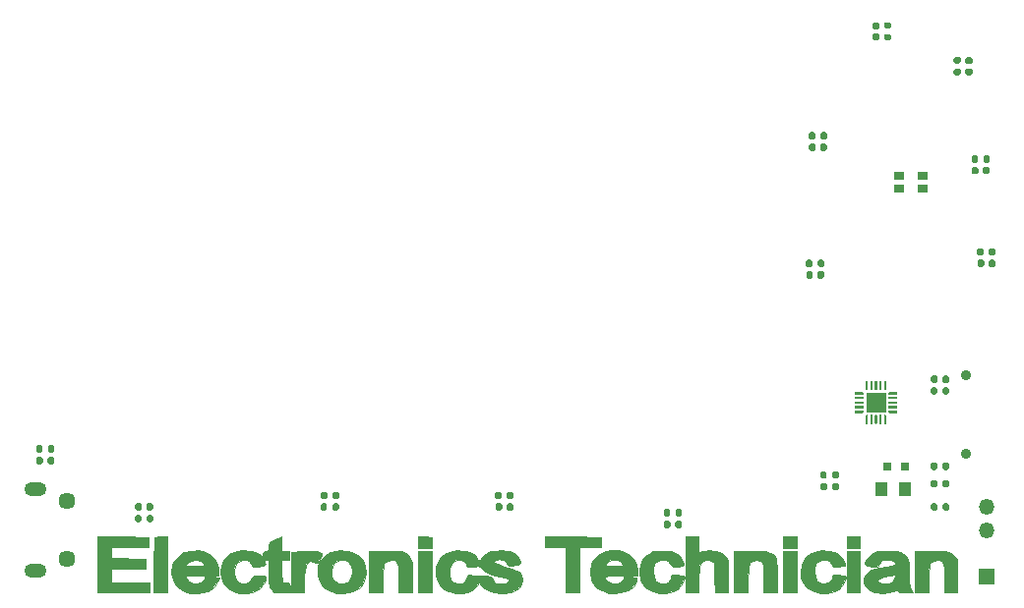
<source format=gbr>
%TF.GenerationSoftware,KiCad,Pcbnew,(5.1.10)-1*%
%TF.CreationDate,2022-05-03T06:53:42-07:00*%
%TF.ProjectId,project,70726f6a-6563-4742-9e6b-696361645f70,0.0*%
%TF.SameCoordinates,Original*%
%TF.FileFunction,Soldermask,Top*%
%TF.FilePolarity,Negative*%
%FSLAX46Y46*%
G04 Gerber Fmt 4.6, Leading zero omitted, Abs format (unit mm)*
G04 Created by KiCad (PCBNEW (5.1.10)-1) date 2022-05-03 06:53:42*
%MOMM*%
%LPD*%
G01*
G04 APERTURE LIST*
%ADD10C,0.010000*%
%ADD11O,1.350000X1.350000*%
%ADD12R,1.350000X1.350000*%
%ADD13R,0.900000X0.700000*%
%ADD14C,0.900000*%
%ADD15C,1.450000*%
%ADD16O,1.900000X1.200000*%
%ADD17C,0.100000*%
%ADD18R,1.700000X1.700000*%
%ADD19R,1.000000X1.250000*%
%ADD20R,0.800000X0.750000*%
G04 APERTURE END LIST*
D10*
%TO.C,SYM2*%
G36*
X179891333Y-113779667D02*
G01*
X178790667Y-113779667D01*
X178790667Y-112763667D01*
X179891333Y-112763667D01*
X179891333Y-113779667D01*
G37*
X179891333Y-113779667D02*
X178790667Y-113779667D01*
X178790667Y-112763667D01*
X179891333Y-112763667D01*
X179891333Y-113779667D01*
G36*
X174472667Y-113779667D02*
G01*
X173287333Y-113779667D01*
X173287333Y-112763667D01*
X174472667Y-112763667D01*
X174472667Y-113779667D01*
G37*
X174472667Y-113779667D02*
X173287333Y-113779667D01*
X173287333Y-112763667D01*
X174472667Y-112763667D01*
X174472667Y-113779667D01*
G36*
X142447500Y-112780965D02*
G01*
X143019000Y-112806000D01*
X143019000Y-113737333D01*
X141876000Y-113787403D01*
X141876000Y-112755931D01*
X142447500Y-112780965D01*
G37*
X142447500Y-112780965D02*
X143019000Y-112806000D01*
X143019000Y-113737333D01*
X141876000Y-113787403D01*
X141876000Y-112755931D01*
X142447500Y-112780965D01*
G36*
X187560850Y-114097968D02*
G01*
X187944536Y-114349559D01*
X188020514Y-114428946D01*
X188273333Y-114716892D01*
X188273333Y-117589667D01*
X187172667Y-117589667D01*
X187172667Y-116380839D01*
X187167667Y-115824632D01*
X187146747Y-115415391D01*
X187101023Y-115130895D01*
X187021613Y-114948921D01*
X186899634Y-114847250D01*
X186726203Y-114803658D01*
X186539011Y-114795667D01*
X186271399Y-114818984D01*
X186094983Y-114909152D01*
X185993478Y-115018751D01*
X185922706Y-115123660D01*
X185873859Y-115248321D01*
X185842955Y-115424422D01*
X185826016Y-115683647D01*
X185819060Y-116057683D01*
X185818000Y-116415751D01*
X185818000Y-117589667D01*
X184632667Y-117589667D01*
X184632667Y-114022122D01*
X185288833Y-114033178D01*
X185701371Y-114030391D01*
X186135106Y-114012263D01*
X186472127Y-113985042D01*
X187070439Y-113976574D01*
X187560850Y-114097968D01*
G37*
X187560850Y-114097968D02*
X187944536Y-114349559D01*
X188020514Y-114428946D01*
X188273333Y-114716892D01*
X188273333Y-117589667D01*
X187172667Y-117589667D01*
X187172667Y-116380839D01*
X187167667Y-115824632D01*
X187146747Y-115415391D01*
X187101023Y-115130895D01*
X187021613Y-114948921D01*
X186899634Y-114847250D01*
X186726203Y-114803658D01*
X186539011Y-114795667D01*
X186271399Y-114818984D01*
X186094983Y-114909152D01*
X185993478Y-115018751D01*
X185922706Y-115123660D01*
X185873859Y-115248321D01*
X185842955Y-115424422D01*
X185826016Y-115683647D01*
X185819060Y-116057683D01*
X185818000Y-116415751D01*
X185818000Y-117589667D01*
X184632667Y-117589667D01*
X184632667Y-114022122D01*
X185288833Y-114033178D01*
X185701371Y-114030391D01*
X186135106Y-114012263D01*
X186472127Y-113985042D01*
X187070439Y-113976574D01*
X187560850Y-114097968D01*
G36*
X179891333Y-117589667D02*
G01*
X178790667Y-117589667D01*
X178790667Y-114033667D01*
X179891333Y-114033667D01*
X179891333Y-117589667D01*
G37*
X179891333Y-117589667D02*
X178790667Y-117589667D01*
X178790667Y-114033667D01*
X179891333Y-114033667D01*
X179891333Y-117589667D01*
G36*
X174472667Y-117589667D02*
G01*
X173287333Y-117589667D01*
X173287333Y-114033667D01*
X174472667Y-114033667D01*
X174472667Y-117589667D01*
G37*
X174472667Y-117589667D02*
X173287333Y-117589667D01*
X173287333Y-114033667D01*
X174472667Y-114033667D01*
X174472667Y-117589667D01*
G36*
X171730141Y-114037789D02*
G01*
X172160693Y-114165912D01*
X172477211Y-114394461D01*
X172583875Y-114527794D01*
X172642435Y-114637080D01*
X172685834Y-114785331D01*
X172717082Y-114999832D01*
X172739192Y-115307865D01*
X172755175Y-115736714D01*
X172765303Y-116171500D01*
X172793606Y-117589667D01*
X171594000Y-117589667D01*
X171594000Y-116325714D01*
X171590996Y-115816475D01*
X171580317Y-115450232D01*
X171559463Y-115200727D01*
X171525933Y-115041703D01*
X171477226Y-114946902D01*
X171460952Y-114928714D01*
X171253518Y-114824264D01*
X170968933Y-114800016D01*
X170678051Y-114853900D01*
X170481546Y-114957325D01*
X170403428Y-115028833D01*
X170347959Y-115115536D01*
X170310402Y-115246552D01*
X170286019Y-115450998D01*
X170270073Y-115757993D01*
X170257827Y-116196656D01*
X170254254Y-116354325D01*
X170226841Y-117589667D01*
X169054000Y-117589667D01*
X169054000Y-114024180D01*
X169794833Y-114020644D01*
X170240246Y-114017289D01*
X170720762Y-114011760D01*
X171138674Y-114005196D01*
X171170667Y-114004578D01*
X171730141Y-114037789D01*
G37*
X171730141Y-114037789D02*
X172160693Y-114165912D01*
X172477211Y-114394461D01*
X172583875Y-114527794D01*
X172642435Y-114637080D01*
X172685834Y-114785331D01*
X172717082Y-114999832D01*
X172739192Y-115307865D01*
X172755175Y-115736714D01*
X172765303Y-116171500D01*
X172793606Y-117589667D01*
X171594000Y-117589667D01*
X171594000Y-116325714D01*
X171590996Y-115816475D01*
X171580317Y-115450232D01*
X171559463Y-115200727D01*
X171525933Y-115041703D01*
X171477226Y-114946902D01*
X171460952Y-114928714D01*
X171253518Y-114824264D01*
X170968933Y-114800016D01*
X170678051Y-114853900D01*
X170481546Y-114957325D01*
X170403428Y-115028833D01*
X170347959Y-115115536D01*
X170310402Y-115246552D01*
X170286019Y-115450998D01*
X170270073Y-115757993D01*
X170257827Y-116196656D01*
X170254254Y-116354325D01*
X170226841Y-117589667D01*
X169054000Y-117589667D01*
X169054000Y-114024180D01*
X169794833Y-114020644D01*
X170240246Y-114017289D01*
X170720762Y-114011760D01*
X171138674Y-114005196D01*
X171170667Y-114004578D01*
X171730141Y-114037789D01*
G36*
X166006000Y-113450058D02*
G01*
X166009287Y-113787909D01*
X166023918Y-113986505D01*
X166057044Y-114075869D01*
X166115819Y-114086028D01*
X166154167Y-114072055D01*
X166312857Y-114033064D01*
X166579786Y-113995220D01*
X166862623Y-113969409D01*
X167413980Y-113989607D01*
X167875562Y-114125802D01*
X168228297Y-114370578D01*
X168374092Y-114557073D01*
X168438809Y-114678809D01*
X168484994Y-114817723D01*
X168515708Y-115003443D01*
X168534013Y-115265595D01*
X168542969Y-115633805D01*
X168545638Y-116137701D01*
X168545683Y-116217702D01*
X168546000Y-117597403D01*
X167403000Y-117547333D01*
X167379482Y-116283175D01*
X167363968Y-115776076D01*
X167339095Y-115363436D01*
X167306868Y-115069008D01*
X167269294Y-114916546D01*
X167263282Y-114907342D01*
X167113506Y-114832478D01*
X166868464Y-114799718D01*
X166597395Y-114811021D01*
X166369537Y-114868342D01*
X166342805Y-114881329D01*
X166208530Y-115013967D01*
X166110840Y-115257643D01*
X166046752Y-115627557D01*
X166013283Y-116138909D01*
X166006472Y-116594833D01*
X166006000Y-117589667D01*
X164905333Y-117589667D01*
X164905333Y-112763667D01*
X166006000Y-112763667D01*
X166006000Y-113450058D01*
G37*
X166006000Y-113450058D02*
X166009287Y-113787909D01*
X166023918Y-113986505D01*
X166057044Y-114075869D01*
X166115819Y-114086028D01*
X166154167Y-114072055D01*
X166312857Y-114033064D01*
X166579786Y-113995220D01*
X166862623Y-113969409D01*
X167413980Y-113989607D01*
X167875562Y-114125802D01*
X168228297Y-114370578D01*
X168374092Y-114557073D01*
X168438809Y-114678809D01*
X168484994Y-114817723D01*
X168515708Y-115003443D01*
X168534013Y-115265595D01*
X168542969Y-115633805D01*
X168545638Y-116137701D01*
X168545683Y-116217702D01*
X168546000Y-117597403D01*
X167403000Y-117547333D01*
X167379482Y-116283175D01*
X167363968Y-115776076D01*
X167339095Y-115363436D01*
X167306868Y-115069008D01*
X167269294Y-114916546D01*
X167263282Y-114907342D01*
X167113506Y-114832478D01*
X166868464Y-114799718D01*
X166597395Y-114811021D01*
X166369537Y-114868342D01*
X166342805Y-114881329D01*
X166208530Y-115013967D01*
X166110840Y-115257643D01*
X166046752Y-115627557D01*
X166013283Y-116138909D01*
X166006472Y-116594833D01*
X166006000Y-117589667D01*
X164905333Y-117589667D01*
X164905333Y-112763667D01*
X166006000Y-112763667D01*
X166006000Y-113450058D01*
G36*
X155189833Y-112783515D02*
G01*
X157581667Y-112806000D01*
X157581667Y-113652667D01*
X155761333Y-113700729D01*
X155761333Y-117589667D01*
X154576000Y-117589667D01*
X154576000Y-113695000D01*
X152798000Y-113695000D01*
X152798000Y-112761030D01*
X155189833Y-112783515D01*
G37*
X155189833Y-112783515D02*
X157581667Y-112806000D01*
X157581667Y-113652667D01*
X155761333Y-113700729D01*
X155761333Y-117589667D01*
X154576000Y-117589667D01*
X154576000Y-113695000D01*
X152798000Y-113695000D01*
X152798000Y-112761030D01*
X155189833Y-112783515D01*
G36*
X143061333Y-117589667D02*
G01*
X141876000Y-117589667D01*
X141876000Y-114033667D01*
X143061333Y-114033667D01*
X143061333Y-117589667D01*
G37*
X143061333Y-117589667D02*
X141876000Y-117589667D01*
X141876000Y-114033667D01*
X143061333Y-114033667D01*
X143061333Y-117589667D01*
G36*
X140295359Y-114030000D02*
G01*
X140699577Y-114139678D01*
X140993528Y-114340817D01*
X141198753Y-114643240D01*
X141207548Y-114662244D01*
X141270608Y-114828402D01*
X141314815Y-115024596D01*
X141343295Y-115283090D01*
X141359175Y-115636148D01*
X141365584Y-116116034D01*
X141366140Y-116298500D01*
X141368000Y-117589667D01*
X140194586Y-117589667D01*
X140167460Y-116274085D01*
X140154850Y-115742818D01*
X140135541Y-115357399D01*
X140099453Y-115094376D01*
X140036507Y-114930297D01*
X139936626Y-114841710D01*
X139789729Y-114805163D01*
X139585739Y-114797205D01*
X139532645Y-114796963D01*
X139267504Y-114822583D01*
X139089318Y-114923365D01*
X139003478Y-115018751D01*
X138932706Y-115123660D01*
X138883859Y-115248321D01*
X138852955Y-115424422D01*
X138836016Y-115683647D01*
X138829060Y-116057683D01*
X138828000Y-116415751D01*
X138828000Y-117589667D01*
X137642667Y-117589667D01*
X137642667Y-114028056D01*
X138383500Y-114019966D01*
X138828902Y-114014718D01*
X139309407Y-114008456D01*
X139727315Y-114002459D01*
X139759333Y-114001963D01*
X140295359Y-114030000D01*
G37*
X140295359Y-114030000D02*
X140699577Y-114139678D01*
X140993528Y-114340817D01*
X141198753Y-114643240D01*
X141207548Y-114662244D01*
X141270608Y-114828402D01*
X141314815Y-115024596D01*
X141343295Y-115283090D01*
X141359175Y-115636148D01*
X141365584Y-116116034D01*
X141366140Y-116298500D01*
X141368000Y-117589667D01*
X140194586Y-117589667D01*
X140167460Y-116274085D01*
X140154850Y-115742818D01*
X140135541Y-115357399D01*
X140099453Y-115094376D01*
X140036507Y-114930297D01*
X139936626Y-114841710D01*
X139789729Y-114805163D01*
X139585739Y-114797205D01*
X139532645Y-114796963D01*
X139267504Y-114822583D01*
X139089318Y-114923365D01*
X139003478Y-115018751D01*
X138932706Y-115123660D01*
X138883859Y-115248321D01*
X138852955Y-115424422D01*
X138836016Y-115683647D01*
X138829060Y-116057683D01*
X138828000Y-116415751D01*
X138828000Y-117589667D01*
X137642667Y-117589667D01*
X137642667Y-114028056D01*
X138383500Y-114019966D01*
X138828902Y-114014718D01*
X139309407Y-114008456D01*
X139727315Y-114002459D01*
X139759333Y-114001963D01*
X140295359Y-114030000D01*
G36*
X120286000Y-117589667D02*
G01*
X119098029Y-117589667D01*
X119120515Y-115197833D01*
X119143000Y-112806000D01*
X119714500Y-112780965D01*
X120286000Y-112755931D01*
X120286000Y-117589667D01*
G37*
X120286000Y-117589667D02*
X119098029Y-117589667D01*
X119120515Y-115197833D01*
X119143000Y-112806000D01*
X119714500Y-112780965D01*
X120286000Y-112755931D01*
X120286000Y-117589667D01*
G36*
X116454833Y-112783404D02*
G01*
X118635000Y-112806000D01*
X118635000Y-113652667D01*
X117047500Y-113675701D01*
X115460000Y-113698736D01*
X115460000Y-114622335D01*
X118381000Y-114668667D01*
X118432182Y-115557667D01*
X115460000Y-115557667D01*
X115460000Y-116743000D01*
X118762000Y-116743000D01*
X118762000Y-117589667D01*
X114274667Y-117589667D01*
X114274667Y-112760809D01*
X116454833Y-112783404D01*
G37*
X116454833Y-112783404D02*
X118635000Y-112806000D01*
X118635000Y-113652667D01*
X117047500Y-113675701D01*
X115460000Y-113698736D01*
X115460000Y-114622335D01*
X118381000Y-114668667D01*
X118432182Y-115557667D01*
X115460000Y-115557667D01*
X115460000Y-116743000D01*
X118762000Y-116743000D01*
X118762000Y-117589667D01*
X114274667Y-117589667D01*
X114274667Y-112760809D01*
X116454833Y-112783404D01*
G36*
X182810247Y-113997581D02*
G01*
X183106225Y-114020721D01*
X183320686Y-114067343D01*
X183497380Y-114144040D01*
X183532000Y-114163547D01*
X183757426Y-114322828D01*
X183919543Y-114517370D01*
X184027770Y-114775900D01*
X184091522Y-115127144D01*
X184120218Y-115599828D01*
X184124535Y-115971006D01*
X184127963Y-116426660D01*
X184141323Y-116749485D01*
X184169435Y-116975908D01*
X184217116Y-117142356D01*
X184289183Y-117285256D01*
X184300905Y-117304506D01*
X184477144Y-117589667D01*
X183832581Y-117589667D01*
X183478785Y-117580952D01*
X183263897Y-117551242D01*
X183158218Y-117495186D01*
X183140160Y-117464949D01*
X183089170Y-117392338D01*
X182986750Y-117393760D01*
X182782984Y-117469816D01*
X182348417Y-117590450D01*
X181842878Y-117638421D01*
X181348263Y-117610090D01*
X181062616Y-117546243D01*
X180660197Y-117350480D01*
X180384237Y-117077480D01*
X180243851Y-116752924D01*
X180246386Y-116546401D01*
X181434923Y-116546401D01*
X181524436Y-116707536D01*
X181727160Y-116821801D01*
X181762013Y-116831392D01*
X182044799Y-116843928D01*
X182393722Y-116779707D01*
X182614081Y-116704341D01*
X182729500Y-116601889D01*
X182840985Y-116425916D01*
X182916533Y-116240850D01*
X182924141Y-116111119D01*
X182915248Y-116098026D01*
X182802317Y-116079961D01*
X182576174Y-116098871D01*
X182286357Y-116144970D01*
X181982404Y-116208476D01*
X181713855Y-116279606D01*
X181530245Y-116348575D01*
X181484582Y-116380578D01*
X181434923Y-116546401D01*
X180246386Y-116546401D01*
X180248154Y-116402494D01*
X180406263Y-116051873D01*
X180492988Y-115941365D01*
X180759333Y-115714936D01*
X181122572Y-115544409D01*
X181606423Y-115421389D01*
X182186157Y-115342188D01*
X182569817Y-115293085D01*
X182805503Y-115231788D01*
X182914552Y-115148658D01*
X182918303Y-115034060D01*
X182911507Y-115014607D01*
X182768431Y-114859430D01*
X182507786Y-114762926D01*
X182175170Y-114738492D01*
X182022245Y-114753350D01*
X181775980Y-114809235D01*
X181633976Y-114911575D01*
X181536773Y-115092249D01*
X181418055Y-115376379D01*
X180929861Y-115329282D01*
X180651787Y-115292408D01*
X180442736Y-115246291D01*
X180365944Y-115212969D01*
X180327661Y-115075459D01*
X180400311Y-114872832D01*
X180556871Y-114638164D01*
X180770320Y-114404534D01*
X181013636Y-114205020D01*
X181259797Y-114072698D01*
X181311053Y-114056057D01*
X181494509Y-114028102D01*
X181797151Y-114006218D01*
X182168861Y-113993415D01*
X182389000Y-113991333D01*
X182810247Y-113997581D01*
G37*
X182810247Y-113997581D02*
X183106225Y-114020721D01*
X183320686Y-114067343D01*
X183497380Y-114144040D01*
X183532000Y-114163547D01*
X183757426Y-114322828D01*
X183919543Y-114517370D01*
X184027770Y-114775900D01*
X184091522Y-115127144D01*
X184120218Y-115599828D01*
X184124535Y-115971006D01*
X184127963Y-116426660D01*
X184141323Y-116749485D01*
X184169435Y-116975908D01*
X184217116Y-117142356D01*
X184289183Y-117285256D01*
X184300905Y-117304506D01*
X184477144Y-117589667D01*
X183832581Y-117589667D01*
X183478785Y-117580952D01*
X183263897Y-117551242D01*
X183158218Y-117495186D01*
X183140160Y-117464949D01*
X183089170Y-117392338D01*
X182986750Y-117393760D01*
X182782984Y-117469816D01*
X182348417Y-117590450D01*
X181842878Y-117638421D01*
X181348263Y-117610090D01*
X181062616Y-117546243D01*
X180660197Y-117350480D01*
X180384237Y-117077480D01*
X180243851Y-116752924D01*
X180246386Y-116546401D01*
X181434923Y-116546401D01*
X181524436Y-116707536D01*
X181727160Y-116821801D01*
X181762013Y-116831392D01*
X182044799Y-116843928D01*
X182393722Y-116779707D01*
X182614081Y-116704341D01*
X182729500Y-116601889D01*
X182840985Y-116425916D01*
X182916533Y-116240850D01*
X182924141Y-116111119D01*
X182915248Y-116098026D01*
X182802317Y-116079961D01*
X182576174Y-116098871D01*
X182286357Y-116144970D01*
X181982404Y-116208476D01*
X181713855Y-116279606D01*
X181530245Y-116348575D01*
X181484582Y-116380578D01*
X181434923Y-116546401D01*
X180246386Y-116546401D01*
X180248154Y-116402494D01*
X180406263Y-116051873D01*
X180492988Y-115941365D01*
X180759333Y-115714936D01*
X181122572Y-115544409D01*
X181606423Y-115421389D01*
X182186157Y-115342188D01*
X182569817Y-115293085D01*
X182805503Y-115231788D01*
X182914552Y-115148658D01*
X182918303Y-115034060D01*
X182911507Y-115014607D01*
X182768431Y-114859430D01*
X182507786Y-114762926D01*
X182175170Y-114738492D01*
X182022245Y-114753350D01*
X181775980Y-114809235D01*
X181633976Y-114911575D01*
X181536773Y-115092249D01*
X181418055Y-115376379D01*
X180929861Y-115329282D01*
X180651787Y-115292408D01*
X180442736Y-115246291D01*
X180365944Y-115212969D01*
X180327661Y-115075459D01*
X180400311Y-114872832D01*
X180556871Y-114638164D01*
X180770320Y-114404534D01*
X181013636Y-114205020D01*
X181259797Y-114072698D01*
X181311053Y-114056057D01*
X181494509Y-114028102D01*
X181797151Y-114006218D01*
X182168861Y-113993415D01*
X182389000Y-113991333D01*
X182810247Y-113997581D01*
G36*
X177162545Y-113973856D02*
G01*
X177646195Y-114081943D01*
X178043756Y-114302626D01*
X178210606Y-114449684D01*
X178399829Y-114675595D01*
X178545160Y-114915530D01*
X178624009Y-115123705D01*
X178613784Y-115254338D01*
X178609820Y-115258735D01*
X178515397Y-115284293D01*
X178301972Y-115318673D01*
X178063457Y-115348796D01*
X177779279Y-115377464D01*
X177615947Y-115371845D01*
X177526065Y-115316826D01*
X177462235Y-115197297D01*
X177442876Y-115150933D01*
X177253740Y-114888725D01*
X176973989Y-114758286D01*
X176632141Y-114771044D01*
X176552242Y-114793937D01*
X176268655Y-114933572D01*
X176094407Y-115146413D01*
X176010978Y-115464377D01*
X175996667Y-115751405D01*
X176035861Y-116216642D01*
X176159233Y-116542150D01*
X176375466Y-116739774D01*
X176693243Y-116821359D01*
X176783682Y-116824974D01*
X177083177Y-116764470D01*
X177334581Y-116602952D01*
X177491366Y-116378157D01*
X177520667Y-116227257D01*
X177531567Y-116129227D01*
X177589429Y-116078500D01*
X177731995Y-116065541D01*
X177997008Y-116080816D01*
X178075742Y-116087039D01*
X178366735Y-116116888D01*
X178585299Y-116151403D01*
X178680632Y-116181410D01*
X178695387Y-116303225D01*
X178629676Y-116511502D01*
X178507422Y-116759372D01*
X178352547Y-116999968D01*
X178188974Y-117186419D01*
X178151925Y-117217260D01*
X177671177Y-117484740D01*
X177114004Y-117631839D01*
X176532510Y-117648429D01*
X176208333Y-117595164D01*
X175744413Y-117416824D01*
X175336852Y-117137257D01*
X175028215Y-116790597D01*
X174901386Y-116546988D01*
X174823018Y-116191862D01*
X174807756Y-115762103D01*
X174851408Y-115327246D01*
X174949781Y-114956828D01*
X175004239Y-114840995D01*
X175317207Y-114455583D01*
X175751127Y-114173246D01*
X176284054Y-114006208D01*
X176566556Y-113970717D01*
X177162545Y-113973856D01*
G37*
X177162545Y-113973856D02*
X177646195Y-114081943D01*
X178043756Y-114302626D01*
X178210606Y-114449684D01*
X178399829Y-114675595D01*
X178545160Y-114915530D01*
X178624009Y-115123705D01*
X178613784Y-115254338D01*
X178609820Y-115258735D01*
X178515397Y-115284293D01*
X178301972Y-115318673D01*
X178063457Y-115348796D01*
X177779279Y-115377464D01*
X177615947Y-115371845D01*
X177526065Y-115316826D01*
X177462235Y-115197297D01*
X177442876Y-115150933D01*
X177253740Y-114888725D01*
X176973989Y-114758286D01*
X176632141Y-114771044D01*
X176552242Y-114793937D01*
X176268655Y-114933572D01*
X176094407Y-115146413D01*
X176010978Y-115464377D01*
X175996667Y-115751405D01*
X176035861Y-116216642D01*
X176159233Y-116542150D01*
X176375466Y-116739774D01*
X176693243Y-116821359D01*
X176783682Y-116824974D01*
X177083177Y-116764470D01*
X177334581Y-116602952D01*
X177491366Y-116378157D01*
X177520667Y-116227257D01*
X177531567Y-116129227D01*
X177589429Y-116078500D01*
X177731995Y-116065541D01*
X177997008Y-116080816D01*
X178075742Y-116087039D01*
X178366735Y-116116888D01*
X178585299Y-116151403D01*
X178680632Y-116181410D01*
X178695387Y-116303225D01*
X178629676Y-116511502D01*
X178507422Y-116759372D01*
X178352547Y-116999968D01*
X178188974Y-117186419D01*
X178151925Y-117217260D01*
X177671177Y-117484740D01*
X177114004Y-117631839D01*
X176532510Y-117648429D01*
X176208333Y-117595164D01*
X175744413Y-117416824D01*
X175336852Y-117137257D01*
X175028215Y-116790597D01*
X174901386Y-116546988D01*
X174823018Y-116191862D01*
X174807756Y-115762103D01*
X174851408Y-115327246D01*
X174949781Y-114956828D01*
X175004239Y-114840995D01*
X175317207Y-114455583D01*
X175751127Y-114173246D01*
X176284054Y-114006208D01*
X176566556Y-113970717D01*
X177162545Y-113973856D01*
G36*
X163305125Y-113998096D02*
G01*
X163583780Y-114024546D01*
X163796561Y-114079927D01*
X163995034Y-114173482D01*
X164027519Y-114191814D01*
X164281199Y-114387825D01*
X164510034Y-114650253D01*
X164674719Y-114925637D01*
X164736000Y-115155519D01*
X164658402Y-115253702D01*
X164421339Y-115322473D01*
X164343183Y-115334492D01*
X164005283Y-115374783D01*
X163793716Y-115375449D01*
X163668117Y-115326628D01*
X163588124Y-115218457D01*
X163553675Y-115141596D01*
X163366403Y-114885985D01*
X163086901Y-114758406D01*
X162746558Y-114771165D01*
X162666908Y-114793937D01*
X162383322Y-114933572D01*
X162209074Y-115146413D01*
X162125644Y-115464377D01*
X162111333Y-115751405D01*
X162148902Y-116213151D01*
X162268785Y-116535526D01*
X162481746Y-116732634D01*
X162798548Y-116818578D01*
X162930688Y-116824974D01*
X163194775Y-116800849D01*
X163371892Y-116702048D01*
X163459855Y-116604582D01*
X163582953Y-116399094D01*
X163635315Y-116214443D01*
X163635333Y-116211990D01*
X163648957Y-116122175D01*
X163714792Y-116076532D01*
X163870282Y-116066634D01*
X164152871Y-116084052D01*
X164190409Y-116087039D01*
X164481402Y-116116888D01*
X164699966Y-116151403D01*
X164795299Y-116181410D01*
X164810053Y-116303225D01*
X164744342Y-116511502D01*
X164622089Y-116759372D01*
X164467214Y-116999968D01*
X164303640Y-117186419D01*
X164266592Y-117217260D01*
X163785843Y-117484740D01*
X163228671Y-117631839D01*
X162647177Y-117648429D01*
X162323000Y-117595164D01*
X161859079Y-117416824D01*
X161451519Y-117137257D01*
X161142882Y-116790597D01*
X161016053Y-116546988D01*
X160968977Y-116336969D01*
X160936909Y-116029867D01*
X160927393Y-115742655D01*
X160980062Y-115214838D01*
X161146130Y-114795011D01*
X161442057Y-114452323D01*
X161724707Y-114248329D01*
X161939740Y-114124080D01*
X162128309Y-114047850D01*
X162343731Y-114008067D01*
X162639325Y-113993162D01*
X162909027Y-113991333D01*
X163305125Y-113998096D01*
G37*
X163305125Y-113998096D02*
X163583780Y-114024546D01*
X163796561Y-114079927D01*
X163995034Y-114173482D01*
X164027519Y-114191814D01*
X164281199Y-114387825D01*
X164510034Y-114650253D01*
X164674719Y-114925637D01*
X164736000Y-115155519D01*
X164658402Y-115253702D01*
X164421339Y-115322473D01*
X164343183Y-115334492D01*
X164005283Y-115374783D01*
X163793716Y-115375449D01*
X163668117Y-115326628D01*
X163588124Y-115218457D01*
X163553675Y-115141596D01*
X163366403Y-114885985D01*
X163086901Y-114758406D01*
X162746558Y-114771165D01*
X162666908Y-114793937D01*
X162383322Y-114933572D01*
X162209074Y-115146413D01*
X162125644Y-115464377D01*
X162111333Y-115751405D01*
X162148902Y-116213151D01*
X162268785Y-116535526D01*
X162481746Y-116732634D01*
X162798548Y-116818578D01*
X162930688Y-116824974D01*
X163194775Y-116800849D01*
X163371892Y-116702048D01*
X163459855Y-116604582D01*
X163582953Y-116399094D01*
X163635315Y-116214443D01*
X163635333Y-116211990D01*
X163648957Y-116122175D01*
X163714792Y-116076532D01*
X163870282Y-116066634D01*
X164152871Y-116084052D01*
X164190409Y-116087039D01*
X164481402Y-116116888D01*
X164699966Y-116151403D01*
X164795299Y-116181410D01*
X164810053Y-116303225D01*
X164744342Y-116511502D01*
X164622089Y-116759372D01*
X164467214Y-116999968D01*
X164303640Y-117186419D01*
X164266592Y-117217260D01*
X163785843Y-117484740D01*
X163228671Y-117631839D01*
X162647177Y-117648429D01*
X162323000Y-117595164D01*
X161859079Y-117416824D01*
X161451519Y-117137257D01*
X161142882Y-116790597D01*
X161016053Y-116546988D01*
X160968977Y-116336969D01*
X160936909Y-116029867D01*
X160927393Y-115742655D01*
X160980062Y-115214838D01*
X161146130Y-114795011D01*
X161442057Y-114452323D01*
X161724707Y-114248329D01*
X161939740Y-114124080D01*
X162128309Y-114047850D01*
X162343731Y-114008067D01*
X162639325Y-113993162D01*
X162909027Y-113991333D01*
X163305125Y-113998096D01*
G36*
X159111260Y-113963951D02*
G01*
X159626743Y-114111569D01*
X160069614Y-114368890D01*
X160418909Y-114723227D01*
X160653666Y-115161894D01*
X160752920Y-115672205D01*
X160754807Y-115748167D01*
X160756667Y-116150333D01*
X160269833Y-116164134D01*
X159783000Y-116177934D01*
X160248667Y-116227634D01*
X160514531Y-116262268D01*
X160650304Y-116307724D01*
X160694827Y-116386431D01*
X160691426Y-116483290D01*
X160586852Y-116772086D01*
X160359595Y-117065765D01*
X160048802Y-117319369D01*
X159881146Y-117413808D01*
X159579079Y-117518762D01*
X159191928Y-117598283D01*
X158786817Y-117643762D01*
X158430875Y-117646592D01*
X158259000Y-117621822D01*
X157671837Y-117415264D01*
X157214246Y-117131961D01*
X156897897Y-116780595D01*
X156772287Y-116516042D01*
X156719087Y-116241513D01*
X157878000Y-116241513D01*
X157933381Y-116354214D01*
X158071580Y-116524079D01*
X158125487Y-116580179D01*
X158354989Y-116758562D01*
X158612008Y-116823969D01*
X158723720Y-116827667D01*
X158988755Y-116806954D01*
X159203675Y-116755653D01*
X159237356Y-116740490D01*
X159390756Y-116604866D01*
X159530298Y-116401823D01*
X159660348Y-116150333D01*
X158769174Y-116150333D01*
X158320077Y-116158845D01*
X158023718Y-116183914D01*
X157886946Y-116224839D01*
X157878000Y-116241513D01*
X156719087Y-116241513D01*
X156689901Y-116090905D01*
X156683895Y-115609694D01*
X156740147Y-115255767D01*
X157962667Y-115255767D01*
X158041028Y-115276861D01*
X158250929Y-115293216D01*
X158554588Y-115302456D01*
X158724667Y-115303667D01*
X159060243Y-115298741D01*
X159320416Y-115285546D01*
X159467405Y-115266458D01*
X159486667Y-115255767D01*
X159410364Y-115045018D01*
X159211245Y-114878540D01*
X158933989Y-114775735D01*
X158623276Y-114756008D01*
X158427683Y-114795881D01*
X158175967Y-114928501D01*
X158006743Y-115112024D01*
X157962667Y-115255767D01*
X156740147Y-115255767D01*
X156754189Y-115167424D01*
X156773471Y-115103701D01*
X156933235Y-114816392D01*
X157202571Y-114519011D01*
X157531053Y-114256925D01*
X157868251Y-114075501D01*
X157946313Y-114048569D01*
X158544129Y-113938723D01*
X159111260Y-113963951D01*
G37*
X159111260Y-113963951D02*
X159626743Y-114111569D01*
X160069614Y-114368890D01*
X160418909Y-114723227D01*
X160653666Y-115161894D01*
X160752920Y-115672205D01*
X160754807Y-115748167D01*
X160756667Y-116150333D01*
X160269833Y-116164134D01*
X159783000Y-116177934D01*
X160248667Y-116227634D01*
X160514531Y-116262268D01*
X160650304Y-116307724D01*
X160694827Y-116386431D01*
X160691426Y-116483290D01*
X160586852Y-116772086D01*
X160359595Y-117065765D01*
X160048802Y-117319369D01*
X159881146Y-117413808D01*
X159579079Y-117518762D01*
X159191928Y-117598283D01*
X158786817Y-117643762D01*
X158430875Y-117646592D01*
X158259000Y-117621822D01*
X157671837Y-117415264D01*
X157214246Y-117131961D01*
X156897897Y-116780595D01*
X156772287Y-116516042D01*
X156719087Y-116241513D01*
X157878000Y-116241513D01*
X157933381Y-116354214D01*
X158071580Y-116524079D01*
X158125487Y-116580179D01*
X158354989Y-116758562D01*
X158612008Y-116823969D01*
X158723720Y-116827667D01*
X158988755Y-116806954D01*
X159203675Y-116755653D01*
X159237356Y-116740490D01*
X159390756Y-116604866D01*
X159530298Y-116401823D01*
X159660348Y-116150333D01*
X158769174Y-116150333D01*
X158320077Y-116158845D01*
X158023718Y-116183914D01*
X157886946Y-116224839D01*
X157878000Y-116241513D01*
X156719087Y-116241513D01*
X156689901Y-116090905D01*
X156683895Y-115609694D01*
X156740147Y-115255767D01*
X157962667Y-115255767D01*
X158041028Y-115276861D01*
X158250929Y-115293216D01*
X158554588Y-115302456D01*
X158724667Y-115303667D01*
X159060243Y-115298741D01*
X159320416Y-115285546D01*
X159467405Y-115266458D01*
X159486667Y-115255767D01*
X159410364Y-115045018D01*
X159211245Y-114878540D01*
X158933989Y-114775735D01*
X158623276Y-114756008D01*
X158427683Y-114795881D01*
X158175967Y-114928501D01*
X158006743Y-115112024D01*
X157962667Y-115255767D01*
X156740147Y-115255767D01*
X156754189Y-115167424D01*
X156773471Y-115103701D01*
X156933235Y-114816392D01*
X157202571Y-114519011D01*
X157531053Y-114256925D01*
X157868251Y-114075501D01*
X157946313Y-114048569D01*
X158544129Y-113938723D01*
X159111260Y-113963951D01*
G36*
X149462113Y-113986694D02*
G01*
X149769282Y-114049447D01*
X150123563Y-114213341D01*
X150420472Y-114456745D01*
X150612484Y-114737222D01*
X150644885Y-114831305D01*
X150668981Y-115008922D01*
X150613782Y-115122021D01*
X150451179Y-115190895D01*
X150153062Y-115235837D01*
X150073436Y-115243862D01*
X149800272Y-115265554D01*
X149647371Y-115252194D01*
X149566667Y-115187125D01*
X149510091Y-115053687D01*
X149508080Y-115047925D01*
X149357037Y-114850574D01*
X149099230Y-114739644D01*
X148780890Y-114728986D01*
X148590377Y-114772985D01*
X148399514Y-114859253D01*
X148348455Y-114948746D01*
X148443396Y-115046201D01*
X148690531Y-115156351D01*
X149096057Y-115283934D01*
X149348906Y-115352787D01*
X149916089Y-115517134D01*
X150314892Y-115667421D01*
X150545671Y-115803783D01*
X150554110Y-115811457D01*
X150766259Y-116110640D01*
X150829830Y-116445697D01*
X150752593Y-116787477D01*
X150542321Y-117106826D01*
X150206784Y-117374592D01*
X150125493Y-117419305D01*
X149880065Y-117530398D01*
X149639848Y-117595183D01*
X149344465Y-117624924D01*
X148990260Y-117631050D01*
X148349298Y-117579480D01*
X147840483Y-117427180D01*
X147465952Y-117174975D01*
X147311380Y-116983690D01*
X147148574Y-116726555D01*
X146967029Y-116981511D01*
X146774682Y-117178521D01*
X146512292Y-117364015D01*
X146421554Y-117412642D01*
X146060548Y-117536970D01*
X145622336Y-117616268D01*
X145181869Y-117641941D01*
X144814096Y-117605394D01*
X144790591Y-117599662D01*
X144253564Y-117382981D01*
X143830435Y-117050726D01*
X143533217Y-116622574D01*
X143373923Y-116118203D01*
X143369464Y-115850845D01*
X144561666Y-115850845D01*
X144570119Y-116133015D01*
X144663489Y-116459235D01*
X144884961Y-116695806D01*
X145205879Y-116817117D01*
X145347333Y-116827667D01*
X145653069Y-116784599D01*
X145884891Y-116636108D01*
X145901515Y-116619848D01*
X146044894Y-116425141D01*
X146109088Y-116236503D01*
X146109333Y-116227257D01*
X146118691Y-116130746D01*
X146171490Y-116081623D01*
X146304818Y-116072236D01*
X146555761Y-116094933D01*
X146680833Y-116109344D01*
X147072854Y-116145307D01*
X147486059Y-116168100D01*
X147739167Y-116172672D01*
X148016623Y-116177813D01*
X148163958Y-116206711D01*
X148220009Y-116271843D01*
X148226000Y-116329070D01*
X148283148Y-116505760D01*
X148395333Y-116658333D01*
X148587095Y-116772719D01*
X148841225Y-116826383D01*
X149116365Y-116825465D01*
X149371157Y-116776103D01*
X149564242Y-116684435D01*
X149654263Y-116556600D01*
X149644779Y-116472890D01*
X149534835Y-116388632D01*
X149279381Y-116295378D01*
X148901351Y-116201451D01*
X148890189Y-116199094D01*
X148243037Y-116033458D01*
X147760611Y-115842817D01*
X147439967Y-115625856D01*
X147338063Y-115505074D01*
X147251242Y-115390500D01*
X147150521Y-115332790D01*
X146987135Y-115320840D01*
X146712319Y-115343544D01*
X146655306Y-115349591D01*
X146361022Y-115377409D01*
X146190627Y-115373913D01*
X146099871Y-115327865D01*
X146044506Y-115228026D01*
X146030035Y-115190788D01*
X145897114Y-114983303D01*
X145728275Y-114830176D01*
X145555064Y-114742524D01*
X145378378Y-114736247D01*
X145173820Y-114786916D01*
X144889707Y-114916661D01*
X144700168Y-115121196D01*
X144594416Y-115424573D01*
X144561666Y-115850845D01*
X143369464Y-115850845D01*
X143364568Y-115557292D01*
X143403955Y-115328349D01*
X143593354Y-114828103D01*
X143909929Y-114437460D01*
X144348526Y-114160368D01*
X144903994Y-114000774D01*
X145178000Y-113969220D01*
X145811540Y-113981349D01*
X146333319Y-114117603D01*
X146749417Y-114380505D01*
X147049900Y-114745823D01*
X147155753Y-114898134D01*
X147203596Y-114904610D01*
X147209683Y-114850700D01*
X147280048Y-114663776D01*
X147461235Y-114447727D01*
X147709350Y-114242250D01*
X147980498Y-114087039D01*
X148102973Y-114042866D01*
X148513722Y-113972287D01*
X148994372Y-113953672D01*
X149462113Y-113986694D01*
G37*
X149462113Y-113986694D02*
X149769282Y-114049447D01*
X150123563Y-114213341D01*
X150420472Y-114456745D01*
X150612484Y-114737222D01*
X150644885Y-114831305D01*
X150668981Y-115008922D01*
X150613782Y-115122021D01*
X150451179Y-115190895D01*
X150153062Y-115235837D01*
X150073436Y-115243862D01*
X149800272Y-115265554D01*
X149647371Y-115252194D01*
X149566667Y-115187125D01*
X149510091Y-115053687D01*
X149508080Y-115047925D01*
X149357037Y-114850574D01*
X149099230Y-114739644D01*
X148780890Y-114728986D01*
X148590377Y-114772985D01*
X148399514Y-114859253D01*
X148348455Y-114948746D01*
X148443396Y-115046201D01*
X148690531Y-115156351D01*
X149096057Y-115283934D01*
X149348906Y-115352787D01*
X149916089Y-115517134D01*
X150314892Y-115667421D01*
X150545671Y-115803783D01*
X150554110Y-115811457D01*
X150766259Y-116110640D01*
X150829830Y-116445697D01*
X150752593Y-116787477D01*
X150542321Y-117106826D01*
X150206784Y-117374592D01*
X150125493Y-117419305D01*
X149880065Y-117530398D01*
X149639848Y-117595183D01*
X149344465Y-117624924D01*
X148990260Y-117631050D01*
X148349298Y-117579480D01*
X147840483Y-117427180D01*
X147465952Y-117174975D01*
X147311380Y-116983690D01*
X147148574Y-116726555D01*
X146967029Y-116981511D01*
X146774682Y-117178521D01*
X146512292Y-117364015D01*
X146421554Y-117412642D01*
X146060548Y-117536970D01*
X145622336Y-117616268D01*
X145181869Y-117641941D01*
X144814096Y-117605394D01*
X144790591Y-117599662D01*
X144253564Y-117382981D01*
X143830435Y-117050726D01*
X143533217Y-116622574D01*
X143373923Y-116118203D01*
X143369464Y-115850845D01*
X144561666Y-115850845D01*
X144570119Y-116133015D01*
X144663489Y-116459235D01*
X144884961Y-116695806D01*
X145205879Y-116817117D01*
X145347333Y-116827667D01*
X145653069Y-116784599D01*
X145884891Y-116636108D01*
X145901515Y-116619848D01*
X146044894Y-116425141D01*
X146109088Y-116236503D01*
X146109333Y-116227257D01*
X146118691Y-116130746D01*
X146171490Y-116081623D01*
X146304818Y-116072236D01*
X146555761Y-116094933D01*
X146680833Y-116109344D01*
X147072854Y-116145307D01*
X147486059Y-116168100D01*
X147739167Y-116172672D01*
X148016623Y-116177813D01*
X148163958Y-116206711D01*
X148220009Y-116271843D01*
X148226000Y-116329070D01*
X148283148Y-116505760D01*
X148395333Y-116658333D01*
X148587095Y-116772719D01*
X148841225Y-116826383D01*
X149116365Y-116825465D01*
X149371157Y-116776103D01*
X149564242Y-116684435D01*
X149654263Y-116556600D01*
X149644779Y-116472890D01*
X149534835Y-116388632D01*
X149279381Y-116295378D01*
X148901351Y-116201451D01*
X148890189Y-116199094D01*
X148243037Y-116033458D01*
X147760611Y-115842817D01*
X147439967Y-115625856D01*
X147338063Y-115505074D01*
X147251242Y-115390500D01*
X147150521Y-115332790D01*
X146987135Y-115320840D01*
X146712319Y-115343544D01*
X146655306Y-115349591D01*
X146361022Y-115377409D01*
X146190627Y-115373913D01*
X146099871Y-115327865D01*
X146044506Y-115228026D01*
X146030035Y-115190788D01*
X145897114Y-114983303D01*
X145728275Y-114830176D01*
X145555064Y-114742524D01*
X145378378Y-114736247D01*
X145173820Y-114786916D01*
X144889707Y-114916661D01*
X144700168Y-115121196D01*
X144594416Y-115424573D01*
X144561666Y-115850845D01*
X143369464Y-115850845D01*
X143364568Y-115557292D01*
X143403955Y-115328349D01*
X143593354Y-114828103D01*
X143909929Y-114437460D01*
X144348526Y-114160368D01*
X144903994Y-114000774D01*
X145178000Y-113969220D01*
X145811540Y-113981349D01*
X146333319Y-114117603D01*
X146749417Y-114380505D01*
X147049900Y-114745823D01*
X147155753Y-114898134D01*
X147203596Y-114904610D01*
X147209683Y-114850700D01*
X147280048Y-114663776D01*
X147461235Y-114447727D01*
X147709350Y-114242250D01*
X147980498Y-114087039D01*
X148102973Y-114042866D01*
X148513722Y-113972287D01*
X148994372Y-113953672D01*
X149462113Y-113986694D01*
G36*
X135698449Y-113976294D02*
G01*
X136197764Y-114096546D01*
X136646867Y-114336179D01*
X136695247Y-114370414D01*
X137016012Y-114652335D01*
X137217234Y-114966466D01*
X137319540Y-115357275D01*
X137344099Y-115769333D01*
X137291312Y-116327413D01*
X137121325Y-116772221D01*
X136823721Y-117121906D01*
X136419897Y-117379313D01*
X135904423Y-117560738D01*
X135340053Y-117642775D01*
X134800379Y-117616766D01*
X134655415Y-117586881D01*
X134154720Y-117407065D01*
X133758141Y-117134308D01*
X133647553Y-117025725D01*
X133437416Y-116755206D01*
X133310249Y-116453510D01*
X133250339Y-116070995D01*
X133243927Y-115864496D01*
X134425333Y-115864496D01*
X134438583Y-116158727D01*
X134494505Y-116354783D01*
X134617360Y-116522818D01*
X134672820Y-116580179D01*
X134984249Y-116779980D01*
X135350952Y-116830148D01*
X135729602Y-116731269D01*
X135959423Y-116540901D01*
X136119145Y-116237441D01*
X136187866Y-115869823D01*
X136181198Y-115673902D01*
X136080445Y-115258539D01*
X135879972Y-114972032D01*
X135568470Y-114798813D01*
X135538523Y-114789415D01*
X135280587Y-114735913D01*
X135065415Y-114769027D01*
X134914911Y-114832328D01*
X134662719Y-115002154D01*
X134508501Y-115243340D01*
X134436149Y-115589844D01*
X134425333Y-115864496D01*
X133243927Y-115864496D01*
X133240000Y-115738064D01*
X133252462Y-115391733D01*
X133302542Y-115139240D01*
X133409279Y-114906115D01*
X133484397Y-114782111D01*
X133826698Y-114396443D01*
X134287494Y-114130973D01*
X134865207Y-113986496D01*
X135104523Y-113964080D01*
X135698449Y-113976294D01*
G37*
X135698449Y-113976294D02*
X136197764Y-114096546D01*
X136646867Y-114336179D01*
X136695247Y-114370414D01*
X137016012Y-114652335D01*
X137217234Y-114966466D01*
X137319540Y-115357275D01*
X137344099Y-115769333D01*
X137291312Y-116327413D01*
X137121325Y-116772221D01*
X136823721Y-117121906D01*
X136419897Y-117379313D01*
X135904423Y-117560738D01*
X135340053Y-117642775D01*
X134800379Y-117616766D01*
X134655415Y-117586881D01*
X134154720Y-117407065D01*
X133758141Y-117134308D01*
X133647553Y-117025725D01*
X133437416Y-116755206D01*
X133310249Y-116453510D01*
X133250339Y-116070995D01*
X133243927Y-115864496D01*
X134425333Y-115864496D01*
X134438583Y-116158727D01*
X134494505Y-116354783D01*
X134617360Y-116522818D01*
X134672820Y-116580179D01*
X134984249Y-116779980D01*
X135350952Y-116830148D01*
X135729602Y-116731269D01*
X135959423Y-116540901D01*
X136119145Y-116237441D01*
X136187866Y-115869823D01*
X136181198Y-115673902D01*
X136080445Y-115258539D01*
X135879972Y-114972032D01*
X135568470Y-114798813D01*
X135538523Y-114789415D01*
X135280587Y-114735913D01*
X135065415Y-114769027D01*
X134914911Y-114832328D01*
X134662719Y-115002154D01*
X134508501Y-115243340D01*
X134436149Y-115589844D01*
X134425333Y-115864496D01*
X133243927Y-115864496D01*
X133240000Y-115738064D01*
X133252462Y-115391733D01*
X133302542Y-115139240D01*
X133409279Y-114906115D01*
X133484397Y-114782111D01*
X133826698Y-114396443D01*
X134287494Y-114130973D01*
X134865207Y-113986496D01*
X135104523Y-113964080D01*
X135698449Y-113976294D01*
G36*
X130083976Y-112841426D02*
G01*
X130099799Y-113047114D01*
X130107138Y-113339350D01*
X130107333Y-113398667D01*
X130107333Y-114033667D01*
X130784667Y-114033667D01*
X130784667Y-114795667D01*
X130443227Y-114795666D01*
X130101787Y-114795666D01*
X130125727Y-115748167D01*
X130149667Y-116700667D01*
X130463147Y-116726704D01*
X130663962Y-116757416D01*
X130771031Y-116839074D01*
X130836271Y-117022000D01*
X130856247Y-117107704D01*
X130884034Y-117189866D01*
X130905752Y-117152507D01*
X130922088Y-116985176D01*
X130933732Y-116677417D01*
X130941371Y-116218778D01*
X130944933Y-115760870D01*
X130954000Y-114059073D01*
X131967373Y-114001803D01*
X132443667Y-113980250D01*
X132787731Y-113979496D01*
X133035606Y-114001398D01*
X133223332Y-114047814D01*
X133279707Y-114069446D01*
X133471182Y-114157831D01*
X133573400Y-114221345D01*
X133578667Y-114230250D01*
X133547290Y-114321567D01*
X133466984Y-114516114D01*
X133402521Y-114664348D01*
X133281265Y-114903904D01*
X133181008Y-115007110D01*
X133085021Y-115004172D01*
X132788521Y-114905062D01*
X132554494Y-114892225D01*
X132444074Y-114912991D01*
X132294742Y-115016862D01*
X132183275Y-115250128D01*
X132107569Y-115622487D01*
X132065519Y-116143641D01*
X132054667Y-116707530D01*
X132054667Y-117595060D01*
X130734853Y-117571196D01*
X129415039Y-117547333D01*
X129210853Y-117309779D01*
X129128255Y-117204381D01*
X129071544Y-117092489D01*
X129035876Y-116941455D01*
X129016404Y-116718627D01*
X129008282Y-116391356D01*
X129006667Y-115933945D01*
X129006667Y-114795667D01*
X128797095Y-114795667D01*
X128651614Y-114814080D01*
X128633175Y-114903344D01*
X128666860Y-115004336D01*
X128708381Y-115141012D01*
X128685998Y-115227325D01*
X128570711Y-115281174D01*
X128333520Y-115320458D01*
X128114723Y-115345113D01*
X127609667Y-115399092D01*
X127482667Y-115119728D01*
X127286574Y-114861233D01*
X127010832Y-114744382D01*
X126678200Y-114775968D01*
X126527681Y-114834810D01*
X126259787Y-115027213D01*
X126104189Y-115308545D01*
X126051820Y-115700597D01*
X126062206Y-115953440D01*
X126104189Y-116262691D01*
X126183072Y-116465325D01*
X126323620Y-116623623D01*
X126331377Y-116630346D01*
X126624614Y-116791932D01*
X126939651Y-116823744D01*
X127233460Y-116737922D01*
X127463015Y-116546603D01*
X127582552Y-116277333D01*
X127620265Y-116183938D01*
X127715281Y-116134029D01*
X127908155Y-116115942D01*
X128142541Y-116116259D01*
X128427345Y-116128754D01*
X128639713Y-116153000D01*
X128725102Y-116179213D01*
X128750621Y-116311893D01*
X128692844Y-116528464D01*
X128573677Y-116780127D01*
X128415024Y-117018083D01*
X128287147Y-117154846D01*
X127945308Y-117377275D01*
X127509555Y-117552831D01*
X127054007Y-117655564D01*
X126811133Y-117671569D01*
X126553415Y-117641309D01*
X126232822Y-117567257D01*
X126061591Y-117514261D01*
X125763146Y-117387866D01*
X125498166Y-117236889D01*
X125394255Y-117157192D01*
X125101954Y-116781611D01*
X124922182Y-116323749D01*
X124855861Y-115824816D01*
X124903912Y-115326021D01*
X125067257Y-114868574D01*
X125334950Y-114505064D01*
X125745553Y-114215304D01*
X126244255Y-114031670D01*
X126789340Y-113955169D01*
X127339095Y-113986804D01*
X127851806Y-114127582D01*
X128285758Y-114378507D01*
X128348977Y-114432444D01*
X128452376Y-114511326D01*
X128492318Y-114468650D01*
X128498667Y-114306413D01*
X128522640Y-114117584D01*
X128625743Y-114037052D01*
X128731500Y-114018124D01*
X128880374Y-113982038D01*
X128954238Y-113885681D01*
X128986706Y-113678700D01*
X128990430Y-113630230D01*
X129013168Y-113432139D01*
X129070199Y-113299174D01*
X129197812Y-113189046D01*
X129432296Y-113059469D01*
X129517182Y-113016397D01*
X129778124Y-112887836D01*
X129974796Y-112796831D01*
X130062585Y-112763667D01*
X130083976Y-112841426D01*
G37*
X130083976Y-112841426D02*
X130099799Y-113047114D01*
X130107138Y-113339350D01*
X130107333Y-113398667D01*
X130107333Y-114033667D01*
X130784667Y-114033667D01*
X130784667Y-114795667D01*
X130443227Y-114795666D01*
X130101787Y-114795666D01*
X130125727Y-115748167D01*
X130149667Y-116700667D01*
X130463147Y-116726704D01*
X130663962Y-116757416D01*
X130771031Y-116839074D01*
X130836271Y-117022000D01*
X130856247Y-117107704D01*
X130884034Y-117189866D01*
X130905752Y-117152507D01*
X130922088Y-116985176D01*
X130933732Y-116677417D01*
X130941371Y-116218778D01*
X130944933Y-115760870D01*
X130954000Y-114059073D01*
X131967373Y-114001803D01*
X132443667Y-113980250D01*
X132787731Y-113979496D01*
X133035606Y-114001398D01*
X133223332Y-114047814D01*
X133279707Y-114069446D01*
X133471182Y-114157831D01*
X133573400Y-114221345D01*
X133578667Y-114230250D01*
X133547290Y-114321567D01*
X133466984Y-114516114D01*
X133402521Y-114664348D01*
X133281265Y-114903904D01*
X133181008Y-115007110D01*
X133085021Y-115004172D01*
X132788521Y-114905062D01*
X132554494Y-114892225D01*
X132444074Y-114912991D01*
X132294742Y-115016862D01*
X132183275Y-115250128D01*
X132107569Y-115622487D01*
X132065519Y-116143641D01*
X132054667Y-116707530D01*
X132054667Y-117595060D01*
X130734853Y-117571196D01*
X129415039Y-117547333D01*
X129210853Y-117309779D01*
X129128255Y-117204381D01*
X129071544Y-117092489D01*
X129035876Y-116941455D01*
X129016404Y-116718627D01*
X129008282Y-116391356D01*
X129006667Y-115933945D01*
X129006667Y-114795667D01*
X128797095Y-114795667D01*
X128651614Y-114814080D01*
X128633175Y-114903344D01*
X128666860Y-115004336D01*
X128708381Y-115141012D01*
X128685998Y-115227325D01*
X128570711Y-115281174D01*
X128333520Y-115320458D01*
X128114723Y-115345113D01*
X127609667Y-115399092D01*
X127482667Y-115119728D01*
X127286574Y-114861233D01*
X127010832Y-114744382D01*
X126678200Y-114775968D01*
X126527681Y-114834810D01*
X126259787Y-115027213D01*
X126104189Y-115308545D01*
X126051820Y-115700597D01*
X126062206Y-115953440D01*
X126104189Y-116262691D01*
X126183072Y-116465325D01*
X126323620Y-116623623D01*
X126331377Y-116630346D01*
X126624614Y-116791932D01*
X126939651Y-116823744D01*
X127233460Y-116737922D01*
X127463015Y-116546603D01*
X127582552Y-116277333D01*
X127620265Y-116183938D01*
X127715281Y-116134029D01*
X127908155Y-116115942D01*
X128142541Y-116116259D01*
X128427345Y-116128754D01*
X128639713Y-116153000D01*
X128725102Y-116179213D01*
X128750621Y-116311893D01*
X128692844Y-116528464D01*
X128573677Y-116780127D01*
X128415024Y-117018083D01*
X128287147Y-117154846D01*
X127945308Y-117377275D01*
X127509555Y-117552831D01*
X127054007Y-117655564D01*
X126811133Y-117671569D01*
X126553415Y-117641309D01*
X126232822Y-117567257D01*
X126061591Y-117514261D01*
X125763146Y-117387866D01*
X125498166Y-117236889D01*
X125394255Y-117157192D01*
X125101954Y-116781611D01*
X124922182Y-116323749D01*
X124855861Y-115824816D01*
X124903912Y-115326021D01*
X125067257Y-114868574D01*
X125334950Y-114505064D01*
X125745553Y-114215304D01*
X126244255Y-114031670D01*
X126789340Y-113955169D01*
X127339095Y-113986804D01*
X127851806Y-114127582D01*
X128285758Y-114378507D01*
X128348977Y-114432444D01*
X128452376Y-114511326D01*
X128492318Y-114468650D01*
X128498667Y-114306413D01*
X128522640Y-114117584D01*
X128625743Y-114037052D01*
X128731500Y-114018124D01*
X128880374Y-113982038D01*
X128954238Y-113885681D01*
X128986706Y-113678700D01*
X128990430Y-113630230D01*
X129013168Y-113432139D01*
X129070199Y-113299174D01*
X129197812Y-113189046D01*
X129432296Y-113059469D01*
X129517182Y-113016397D01*
X129778124Y-112887836D01*
X129974796Y-112796831D01*
X130062585Y-112763667D01*
X130083976Y-112841426D01*
G36*
X123556560Y-114093706D02*
G01*
X124017277Y-114333234D01*
X124368593Y-114678470D01*
X124596658Y-115119066D01*
X124687621Y-115644672D01*
X124688667Y-115711398D01*
X124688667Y-116150333D01*
X124244167Y-116163883D01*
X124022955Y-116174263D01*
X123966802Y-116187645D01*
X124071441Y-116205296D01*
X124096000Y-116207905D01*
X124359476Y-116241599D01*
X124581228Y-116280304D01*
X124583629Y-116280835D01*
X124774925Y-116323292D01*
X124613035Y-116638979D01*
X124317211Y-117067220D01*
X123922404Y-117369636D01*
X123728694Y-117462401D01*
X123312574Y-117579295D01*
X122816836Y-117634766D01*
X122321335Y-117624329D01*
X121964140Y-117561470D01*
X121440878Y-117336780D01*
X121038745Y-116999199D01*
X120767555Y-116561430D01*
X120665472Y-116150333D01*
X121804042Y-116150333D01*
X121901597Y-116340833D01*
X122130290Y-116617338D01*
X122450066Y-116788290D01*
X122808949Y-116837305D01*
X123154968Y-116747999D01*
X123169356Y-116740490D01*
X123322756Y-116604866D01*
X123462298Y-116401823D01*
X123592348Y-116150333D01*
X121804042Y-116150333D01*
X120665472Y-116150333D01*
X120637125Y-116036180D01*
X120626526Y-115830114D01*
X120697828Y-115262257D01*
X120710396Y-115233758D01*
X121894667Y-115233758D01*
X121973229Y-115263623D01*
X122184561Y-115287125D01*
X122492131Y-115301128D01*
X122709327Y-115303667D01*
X123523987Y-115303667D01*
X123398684Y-115113167D01*
X123136183Y-114856655D01*
X122796780Y-114742182D01*
X122581026Y-114747052D01*
X122356039Y-114819862D01*
X122130196Y-114952225D01*
X121958243Y-115105317D01*
X121894667Y-115233758D01*
X120710396Y-115233758D01*
X120909597Y-114782072D01*
X121251047Y-114401098D01*
X121711391Y-114130873D01*
X122279845Y-113982937D01*
X122362322Y-113973165D01*
X123000292Y-113970233D01*
X123556560Y-114093706D01*
G37*
X123556560Y-114093706D02*
X124017277Y-114333234D01*
X124368593Y-114678470D01*
X124596658Y-115119066D01*
X124687621Y-115644672D01*
X124688667Y-115711398D01*
X124688667Y-116150333D01*
X124244167Y-116163883D01*
X124022955Y-116174263D01*
X123966802Y-116187645D01*
X124071441Y-116205296D01*
X124096000Y-116207905D01*
X124359476Y-116241599D01*
X124581228Y-116280304D01*
X124583629Y-116280835D01*
X124774925Y-116323292D01*
X124613035Y-116638979D01*
X124317211Y-117067220D01*
X123922404Y-117369636D01*
X123728694Y-117462401D01*
X123312574Y-117579295D01*
X122816836Y-117634766D01*
X122321335Y-117624329D01*
X121964140Y-117561470D01*
X121440878Y-117336780D01*
X121038745Y-116999199D01*
X120767555Y-116561430D01*
X120665472Y-116150333D01*
X121804042Y-116150333D01*
X121901597Y-116340833D01*
X122130290Y-116617338D01*
X122450066Y-116788290D01*
X122808949Y-116837305D01*
X123154968Y-116747999D01*
X123169356Y-116740490D01*
X123322756Y-116604866D01*
X123462298Y-116401823D01*
X123592348Y-116150333D01*
X121804042Y-116150333D01*
X120665472Y-116150333D01*
X120637125Y-116036180D01*
X120626526Y-115830114D01*
X120697828Y-115262257D01*
X120710396Y-115233758D01*
X121894667Y-115233758D01*
X121973229Y-115263623D01*
X122184561Y-115287125D01*
X122492131Y-115301128D01*
X122709327Y-115303667D01*
X123523987Y-115303667D01*
X123398684Y-115113167D01*
X123136183Y-114856655D01*
X122796780Y-114742182D01*
X122581026Y-114747052D01*
X122356039Y-114819862D01*
X122130196Y-114952225D01*
X121958243Y-115105317D01*
X121894667Y-115233758D01*
X120710396Y-115233758D01*
X120909597Y-114782072D01*
X121251047Y-114401098D01*
X121711391Y-114130873D01*
X122279845Y-113982937D01*
X122362322Y-113973165D01*
X123000292Y-113970233D01*
X123556560Y-114093706D01*
%TD*%
D11*
%TO.C,J3*%
X190774000Y-110219000D03*
X190774000Y-112219000D03*
D12*
X190774000Y-116219000D03*
%TD*%
%TO.C,R12*%
G36*
G01*
X118034000Y-111034000D02*
X118034000Y-111404000D01*
G75*
G02*
X117899000Y-111539000I-135000J0D01*
G01*
X117629000Y-111539000D01*
G75*
G02*
X117494000Y-111404000I0J135000D01*
G01*
X117494000Y-111034000D01*
G75*
G02*
X117629000Y-110899000I135000J0D01*
G01*
X117899000Y-110899000D01*
G75*
G02*
X118034000Y-111034000I0J-135000D01*
G01*
G37*
G36*
G01*
X119054000Y-111034000D02*
X119054000Y-111404000D01*
G75*
G02*
X118919000Y-111539000I-135000J0D01*
G01*
X118649000Y-111539000D01*
G75*
G02*
X118514000Y-111404000I0J135000D01*
G01*
X118514000Y-111034000D01*
G75*
G02*
X118649000Y-110899000I135000J0D01*
G01*
X118919000Y-110899000D01*
G75*
G02*
X119054000Y-111034000I0J-135000D01*
G01*
G37*
%TD*%
%TO.C,D12*%
G36*
G01*
X119054000Y-110046500D02*
X119054000Y-110391500D01*
G75*
G02*
X118906500Y-110539000I-147500J0D01*
G01*
X118611500Y-110539000D01*
G75*
G02*
X118464000Y-110391500I0J147500D01*
G01*
X118464000Y-110046500D01*
G75*
G02*
X118611500Y-109899000I147500J0D01*
G01*
X118906500Y-109899000D01*
G75*
G02*
X119054000Y-110046500I0J-147500D01*
G01*
G37*
G36*
G01*
X118084000Y-110046500D02*
X118084000Y-110391500D01*
G75*
G02*
X117936500Y-110539000I-147500J0D01*
G01*
X117641500Y-110539000D01*
G75*
G02*
X117494000Y-110391500I0J147500D01*
G01*
X117494000Y-110046500D01*
G75*
G02*
X117641500Y-109899000I147500J0D01*
G01*
X117936500Y-109899000D01*
G75*
G02*
X118084000Y-110046500I0J-147500D01*
G01*
G37*
%TD*%
%TO.C,D6*%
G36*
G01*
X181446500Y-69029000D02*
X181101500Y-69029000D01*
G75*
G02*
X180954000Y-68881500I0J147500D01*
G01*
X180954000Y-68586500D01*
G75*
G02*
X181101500Y-68439000I147500J0D01*
G01*
X181446500Y-68439000D01*
G75*
G02*
X181594000Y-68586500I0J-147500D01*
G01*
X181594000Y-68881500D01*
G75*
G02*
X181446500Y-69029000I-147500J0D01*
G01*
G37*
G36*
G01*
X181446500Y-69999000D02*
X181101500Y-69999000D01*
G75*
G02*
X180954000Y-69851500I0J147500D01*
G01*
X180954000Y-69556500D01*
G75*
G02*
X181101500Y-69409000I147500J0D01*
G01*
X181446500Y-69409000D01*
G75*
G02*
X181594000Y-69556500I0J-147500D01*
G01*
X181594000Y-69851500D01*
G75*
G02*
X181446500Y-69999000I-147500J0D01*
G01*
G37*
%TD*%
%TO.C,D3*%
G36*
G01*
X190084000Y-81046500D02*
X190084000Y-81391500D01*
G75*
G02*
X189936500Y-81539000I-147500J0D01*
G01*
X189641500Y-81539000D01*
G75*
G02*
X189494000Y-81391500I0J147500D01*
G01*
X189494000Y-81046500D01*
G75*
G02*
X189641500Y-80899000I147500J0D01*
G01*
X189936500Y-80899000D01*
G75*
G02*
X190084000Y-81046500I0J-147500D01*
G01*
G37*
G36*
G01*
X191054000Y-81046500D02*
X191054000Y-81391500D01*
G75*
G02*
X190906500Y-81539000I-147500J0D01*
G01*
X190611500Y-81539000D01*
G75*
G02*
X190464000Y-81391500I0J147500D01*
G01*
X190464000Y-81046500D01*
G75*
G02*
X190611500Y-80899000I147500J0D01*
G01*
X190906500Y-80899000D01*
G75*
G02*
X191054000Y-81046500I0J-147500D01*
G01*
G37*
%TD*%
D13*
%TO.C,D5*%
X183259000Y-81669000D03*
X183259000Y-82769000D03*
X185324000Y-81669000D03*
X185324000Y-82769000D03*
%TD*%
D14*
%TO.C,SW1*%
X189024000Y-105619000D03*
X189024000Y-98819000D03*
%TD*%
D15*
%TO.C,J1*%
X111624000Y-114719000D03*
X111624000Y-109719000D03*
D16*
X108924000Y-115719000D03*
X108924000Y-108719000D03*
%TD*%
D17*
%TO.C,U1*%
G36*
X180374961Y-102359956D02*
G01*
X180377806Y-102350577D01*
X180382427Y-102341932D01*
X180388645Y-102334356D01*
X180439356Y-102283645D01*
X180446932Y-102277427D01*
X180455577Y-102272806D01*
X180464956Y-102269961D01*
X180474711Y-102269000D01*
X180524000Y-102269000D01*
X180533755Y-102269961D01*
X180543134Y-102272806D01*
X180551779Y-102277427D01*
X180559355Y-102283645D01*
X180565573Y-102291221D01*
X180570194Y-102299866D01*
X180573039Y-102309245D01*
X180574000Y-102319000D01*
X180574000Y-103019000D01*
X180573039Y-103028755D01*
X180570194Y-103038134D01*
X180565573Y-103046779D01*
X180559355Y-103054355D01*
X180551779Y-103060573D01*
X180543134Y-103065194D01*
X180533755Y-103068039D01*
X180524000Y-103069000D01*
X180424000Y-103069000D01*
X180414245Y-103068039D01*
X180404866Y-103065194D01*
X180396221Y-103060573D01*
X180388645Y-103054355D01*
X180382427Y-103046779D01*
X180377806Y-103038134D01*
X180374961Y-103028755D01*
X180374000Y-103019000D01*
X180374000Y-102369711D01*
X180374961Y-102359956D01*
G37*
G36*
G01*
X180924000Y-103069000D02*
X180824000Y-103069000D01*
G75*
G02*
X180774000Y-103019000I0J50000D01*
G01*
X180774000Y-102319000D01*
G75*
G02*
X180824000Y-102269000I50000J0D01*
G01*
X180924000Y-102269000D01*
G75*
G02*
X180974000Y-102319000I0J-50000D01*
G01*
X180974000Y-103019000D01*
G75*
G02*
X180924000Y-103069000I-50000J0D01*
G01*
G37*
G36*
G01*
X181324000Y-103069000D02*
X181224000Y-103069000D01*
G75*
G02*
X181174000Y-103019000I0J50000D01*
G01*
X181174000Y-102319000D01*
G75*
G02*
X181224000Y-102269000I50000J0D01*
G01*
X181324000Y-102269000D01*
G75*
G02*
X181374000Y-102319000I0J-50000D01*
G01*
X181374000Y-103019000D01*
G75*
G02*
X181324000Y-103069000I-50000J0D01*
G01*
G37*
G36*
G01*
X181724000Y-103069000D02*
X181624000Y-103069000D01*
G75*
G02*
X181574000Y-103019000I0J50000D01*
G01*
X181574000Y-102319000D01*
G75*
G02*
X181624000Y-102269000I50000J0D01*
G01*
X181724000Y-102269000D01*
G75*
G02*
X181774000Y-102319000I0J-50000D01*
G01*
X181774000Y-103019000D01*
G75*
G02*
X181724000Y-103069000I-50000J0D01*
G01*
G37*
G36*
X181974961Y-102309245D02*
G01*
X181977806Y-102299866D01*
X181982427Y-102291221D01*
X181988645Y-102283645D01*
X181996221Y-102277427D01*
X182004866Y-102272806D01*
X182014245Y-102269961D01*
X182024000Y-102269000D01*
X182073289Y-102269000D01*
X182083044Y-102269961D01*
X182092423Y-102272806D01*
X182101068Y-102277427D01*
X182108644Y-102283645D01*
X182159355Y-102334356D01*
X182165573Y-102341932D01*
X182170194Y-102350577D01*
X182173039Y-102359956D01*
X182174000Y-102369711D01*
X182174000Y-103019000D01*
X182173039Y-103028755D01*
X182170194Y-103038134D01*
X182165573Y-103046779D01*
X182159355Y-103054355D01*
X182151779Y-103060573D01*
X182143134Y-103065194D01*
X182133755Y-103068039D01*
X182124000Y-103069000D01*
X182024000Y-103069000D01*
X182014245Y-103068039D01*
X182004866Y-103065194D01*
X181996221Y-103060573D01*
X181988645Y-103054355D01*
X181982427Y-103046779D01*
X181977806Y-103038134D01*
X181974961Y-103028755D01*
X181974000Y-103019000D01*
X181974000Y-102319000D01*
X181974961Y-102309245D01*
G37*
G36*
X182324961Y-101959245D02*
G01*
X182327806Y-101949866D01*
X182332427Y-101941221D01*
X182338645Y-101933645D01*
X182346221Y-101927427D01*
X182354866Y-101922806D01*
X182364245Y-101919961D01*
X182374000Y-101919000D01*
X183074000Y-101919000D01*
X183083755Y-101919961D01*
X183093134Y-101922806D01*
X183101779Y-101927427D01*
X183109355Y-101933645D01*
X183115573Y-101941221D01*
X183120194Y-101949866D01*
X183123039Y-101959245D01*
X183124000Y-101969000D01*
X183124000Y-102069000D01*
X183123039Y-102078755D01*
X183120194Y-102088134D01*
X183115573Y-102096779D01*
X183109355Y-102104355D01*
X183101779Y-102110573D01*
X183093134Y-102115194D01*
X183083755Y-102118039D01*
X183074000Y-102119000D01*
X182424711Y-102119000D01*
X182414956Y-102118039D01*
X182405577Y-102115194D01*
X182396932Y-102110573D01*
X182389356Y-102104355D01*
X182338645Y-102053644D01*
X182332427Y-102046068D01*
X182327806Y-102037423D01*
X182324961Y-102028044D01*
X182324000Y-102018289D01*
X182324000Y-101969000D01*
X182324961Y-101959245D01*
G37*
G36*
G01*
X183074000Y-101719000D02*
X182374000Y-101719000D01*
G75*
G02*
X182324000Y-101669000I0J50000D01*
G01*
X182324000Y-101569000D01*
G75*
G02*
X182374000Y-101519000I50000J0D01*
G01*
X183074000Y-101519000D01*
G75*
G02*
X183124000Y-101569000I0J-50000D01*
G01*
X183124000Y-101669000D01*
G75*
G02*
X183074000Y-101719000I-50000J0D01*
G01*
G37*
G36*
G01*
X183074000Y-101319000D02*
X182374000Y-101319000D01*
G75*
G02*
X182324000Y-101269000I0J50000D01*
G01*
X182324000Y-101169000D01*
G75*
G02*
X182374000Y-101119000I50000J0D01*
G01*
X183074000Y-101119000D01*
G75*
G02*
X183124000Y-101169000I0J-50000D01*
G01*
X183124000Y-101269000D01*
G75*
G02*
X183074000Y-101319000I-50000J0D01*
G01*
G37*
G36*
G01*
X183074000Y-100919000D02*
X182374000Y-100919000D01*
G75*
G02*
X182324000Y-100869000I0J50000D01*
G01*
X182324000Y-100769000D01*
G75*
G02*
X182374000Y-100719000I50000J0D01*
G01*
X183074000Y-100719000D01*
G75*
G02*
X183124000Y-100769000I0J-50000D01*
G01*
X183124000Y-100869000D01*
G75*
G02*
X183074000Y-100919000I-50000J0D01*
G01*
G37*
G36*
X182324961Y-100409956D02*
G01*
X182327806Y-100400577D01*
X182332427Y-100391932D01*
X182338645Y-100384356D01*
X182389356Y-100333645D01*
X182396932Y-100327427D01*
X182405577Y-100322806D01*
X182414956Y-100319961D01*
X182424711Y-100319000D01*
X183074000Y-100319000D01*
X183083755Y-100319961D01*
X183093134Y-100322806D01*
X183101779Y-100327427D01*
X183109355Y-100333645D01*
X183115573Y-100341221D01*
X183120194Y-100349866D01*
X183123039Y-100359245D01*
X183124000Y-100369000D01*
X183124000Y-100469000D01*
X183123039Y-100478755D01*
X183120194Y-100488134D01*
X183115573Y-100496779D01*
X183109355Y-100504355D01*
X183101779Y-100510573D01*
X183093134Y-100515194D01*
X183083755Y-100518039D01*
X183074000Y-100519000D01*
X182374000Y-100519000D01*
X182364245Y-100518039D01*
X182354866Y-100515194D01*
X182346221Y-100510573D01*
X182338645Y-100504355D01*
X182332427Y-100496779D01*
X182327806Y-100488134D01*
X182324961Y-100478755D01*
X182324000Y-100469000D01*
X182324000Y-100419711D01*
X182324961Y-100409956D01*
G37*
G36*
X181974961Y-99409245D02*
G01*
X181977806Y-99399866D01*
X181982427Y-99391221D01*
X181988645Y-99383645D01*
X181996221Y-99377427D01*
X182004866Y-99372806D01*
X182014245Y-99369961D01*
X182024000Y-99369000D01*
X182124000Y-99369000D01*
X182133755Y-99369961D01*
X182143134Y-99372806D01*
X182151779Y-99377427D01*
X182159355Y-99383645D01*
X182165573Y-99391221D01*
X182170194Y-99399866D01*
X182173039Y-99409245D01*
X182174000Y-99419000D01*
X182174000Y-100068289D01*
X182173039Y-100078044D01*
X182170194Y-100087423D01*
X182165573Y-100096068D01*
X182159355Y-100103644D01*
X182108644Y-100154355D01*
X182101068Y-100160573D01*
X182092423Y-100165194D01*
X182083044Y-100168039D01*
X182073289Y-100169000D01*
X182024000Y-100169000D01*
X182014245Y-100168039D01*
X182004866Y-100165194D01*
X181996221Y-100160573D01*
X181988645Y-100154355D01*
X181982427Y-100146779D01*
X181977806Y-100138134D01*
X181974961Y-100128755D01*
X181974000Y-100119000D01*
X181974000Y-99419000D01*
X181974961Y-99409245D01*
G37*
G36*
G01*
X181724000Y-100169000D02*
X181624000Y-100169000D01*
G75*
G02*
X181574000Y-100119000I0J50000D01*
G01*
X181574000Y-99419000D01*
G75*
G02*
X181624000Y-99369000I50000J0D01*
G01*
X181724000Y-99369000D01*
G75*
G02*
X181774000Y-99419000I0J-50000D01*
G01*
X181774000Y-100119000D01*
G75*
G02*
X181724000Y-100169000I-50000J0D01*
G01*
G37*
G36*
G01*
X181324000Y-100169000D02*
X181224000Y-100169000D01*
G75*
G02*
X181174000Y-100119000I0J50000D01*
G01*
X181174000Y-99419000D01*
G75*
G02*
X181224000Y-99369000I50000J0D01*
G01*
X181324000Y-99369000D01*
G75*
G02*
X181374000Y-99419000I0J-50000D01*
G01*
X181374000Y-100119000D01*
G75*
G02*
X181324000Y-100169000I-50000J0D01*
G01*
G37*
G36*
G01*
X180924000Y-100169000D02*
X180824000Y-100169000D01*
G75*
G02*
X180774000Y-100119000I0J50000D01*
G01*
X180774000Y-99419000D01*
G75*
G02*
X180824000Y-99369000I50000J0D01*
G01*
X180924000Y-99369000D01*
G75*
G02*
X180974000Y-99419000I0J-50000D01*
G01*
X180974000Y-100119000D01*
G75*
G02*
X180924000Y-100169000I-50000J0D01*
G01*
G37*
G36*
X180374961Y-99409245D02*
G01*
X180377806Y-99399866D01*
X180382427Y-99391221D01*
X180388645Y-99383645D01*
X180396221Y-99377427D01*
X180404866Y-99372806D01*
X180414245Y-99369961D01*
X180424000Y-99369000D01*
X180524000Y-99369000D01*
X180533755Y-99369961D01*
X180543134Y-99372806D01*
X180551779Y-99377427D01*
X180559355Y-99383645D01*
X180565573Y-99391221D01*
X180570194Y-99399866D01*
X180573039Y-99409245D01*
X180574000Y-99419000D01*
X180574000Y-100119000D01*
X180573039Y-100128755D01*
X180570194Y-100138134D01*
X180565573Y-100146779D01*
X180559355Y-100154355D01*
X180551779Y-100160573D01*
X180543134Y-100165194D01*
X180533755Y-100168039D01*
X180524000Y-100169000D01*
X180474711Y-100169000D01*
X180464956Y-100168039D01*
X180455577Y-100165194D01*
X180446932Y-100160573D01*
X180439356Y-100154355D01*
X180388645Y-100103644D01*
X180382427Y-100096068D01*
X180377806Y-100087423D01*
X180374961Y-100078044D01*
X180374000Y-100068289D01*
X180374000Y-99419000D01*
X180374961Y-99409245D01*
G37*
G36*
X179424961Y-100359245D02*
G01*
X179427806Y-100349866D01*
X179432427Y-100341221D01*
X179438645Y-100333645D01*
X179446221Y-100327427D01*
X179454866Y-100322806D01*
X179464245Y-100319961D01*
X179474000Y-100319000D01*
X180123289Y-100319000D01*
X180133044Y-100319961D01*
X180142423Y-100322806D01*
X180151068Y-100327427D01*
X180158644Y-100333645D01*
X180209355Y-100384356D01*
X180215573Y-100391932D01*
X180220194Y-100400577D01*
X180223039Y-100409956D01*
X180224000Y-100419711D01*
X180224000Y-100469000D01*
X180223039Y-100478755D01*
X180220194Y-100488134D01*
X180215573Y-100496779D01*
X180209355Y-100504355D01*
X180201779Y-100510573D01*
X180193134Y-100515194D01*
X180183755Y-100518039D01*
X180174000Y-100519000D01*
X179474000Y-100519000D01*
X179464245Y-100518039D01*
X179454866Y-100515194D01*
X179446221Y-100510573D01*
X179438645Y-100504355D01*
X179432427Y-100496779D01*
X179427806Y-100488134D01*
X179424961Y-100478755D01*
X179424000Y-100469000D01*
X179424000Y-100369000D01*
X179424961Y-100359245D01*
G37*
G36*
G01*
X180174000Y-100919000D02*
X179474000Y-100919000D01*
G75*
G02*
X179424000Y-100869000I0J50000D01*
G01*
X179424000Y-100769000D01*
G75*
G02*
X179474000Y-100719000I50000J0D01*
G01*
X180174000Y-100719000D01*
G75*
G02*
X180224000Y-100769000I0J-50000D01*
G01*
X180224000Y-100869000D01*
G75*
G02*
X180174000Y-100919000I-50000J0D01*
G01*
G37*
G36*
G01*
X180174000Y-101319000D02*
X179474000Y-101319000D01*
G75*
G02*
X179424000Y-101269000I0J50000D01*
G01*
X179424000Y-101169000D01*
G75*
G02*
X179474000Y-101119000I50000J0D01*
G01*
X180174000Y-101119000D01*
G75*
G02*
X180224000Y-101169000I0J-50000D01*
G01*
X180224000Y-101269000D01*
G75*
G02*
X180174000Y-101319000I-50000J0D01*
G01*
G37*
G36*
G01*
X180174000Y-101719000D02*
X179474000Y-101719000D01*
G75*
G02*
X179424000Y-101669000I0J50000D01*
G01*
X179424000Y-101569000D01*
G75*
G02*
X179474000Y-101519000I50000J0D01*
G01*
X180174000Y-101519000D01*
G75*
G02*
X180224000Y-101569000I0J-50000D01*
G01*
X180224000Y-101669000D01*
G75*
G02*
X180174000Y-101719000I-50000J0D01*
G01*
G37*
G36*
X179424961Y-101959245D02*
G01*
X179427806Y-101949866D01*
X179432427Y-101941221D01*
X179438645Y-101933645D01*
X179446221Y-101927427D01*
X179454866Y-101922806D01*
X179464245Y-101919961D01*
X179474000Y-101919000D01*
X180174000Y-101919000D01*
X180183755Y-101919961D01*
X180193134Y-101922806D01*
X180201779Y-101927427D01*
X180209355Y-101933645D01*
X180215573Y-101941221D01*
X180220194Y-101949866D01*
X180223039Y-101959245D01*
X180224000Y-101969000D01*
X180224000Y-102018289D01*
X180223039Y-102028044D01*
X180220194Y-102037423D01*
X180215573Y-102046068D01*
X180209355Y-102053644D01*
X180158644Y-102104355D01*
X180151068Y-102110573D01*
X180142423Y-102115194D01*
X180133044Y-102118039D01*
X180123289Y-102119000D01*
X179474000Y-102119000D01*
X179464245Y-102118039D01*
X179454866Y-102115194D01*
X179446221Y-102110573D01*
X179438645Y-102104355D01*
X179432427Y-102096779D01*
X179427806Y-102088134D01*
X179424961Y-102078755D01*
X179424000Y-102069000D01*
X179424000Y-101969000D01*
X179424961Y-101959245D01*
G37*
D18*
X181274000Y-101219000D03*
%TD*%
D19*
%TO.C,C1*%
X183774000Y-108719000D03*
X181774000Y-108719000D03*
%TD*%
D20*
%TO.C,C2*%
X182274000Y-106719000D03*
X183774000Y-106719000D03*
%TD*%
%TO.C,D2*%
G36*
G01*
X191554000Y-89046500D02*
X191554000Y-89391500D01*
G75*
G02*
X191406500Y-89539000I-147500J0D01*
G01*
X191111500Y-89539000D01*
G75*
G02*
X190964000Y-89391500I0J147500D01*
G01*
X190964000Y-89046500D01*
G75*
G02*
X191111500Y-88899000I147500J0D01*
G01*
X191406500Y-88899000D01*
G75*
G02*
X191554000Y-89046500I0J-147500D01*
G01*
G37*
G36*
G01*
X190584000Y-89046500D02*
X190584000Y-89391500D01*
G75*
G02*
X190436500Y-89539000I-147500J0D01*
G01*
X190141500Y-89539000D01*
G75*
G02*
X189994000Y-89391500I0J147500D01*
G01*
X189994000Y-89046500D01*
G75*
G02*
X190141500Y-88899000I147500J0D01*
G01*
X190436500Y-88899000D01*
G75*
G02*
X190584000Y-89046500I0J-147500D01*
G01*
G37*
%TD*%
%TO.C,D4*%
G36*
G01*
X189446500Y-72999000D02*
X189101500Y-72999000D01*
G75*
G02*
X188954000Y-72851500I0J147500D01*
G01*
X188954000Y-72556500D01*
G75*
G02*
X189101500Y-72409000I147500J0D01*
G01*
X189446500Y-72409000D01*
G75*
G02*
X189594000Y-72556500I0J-147500D01*
G01*
X189594000Y-72851500D01*
G75*
G02*
X189446500Y-72999000I-147500J0D01*
G01*
G37*
G36*
G01*
X189446500Y-72029000D02*
X189101500Y-72029000D01*
G75*
G02*
X188954000Y-71881500I0J147500D01*
G01*
X188954000Y-71586500D01*
G75*
G02*
X189101500Y-71439000I147500J0D01*
G01*
X189446500Y-71439000D01*
G75*
G02*
X189594000Y-71586500I0J-147500D01*
G01*
X189594000Y-71881500D01*
G75*
G02*
X189446500Y-72029000I-147500J0D01*
G01*
G37*
%TD*%
%TO.C,D7*%
G36*
G01*
X176084000Y-79046500D02*
X176084000Y-79391500D01*
G75*
G02*
X175936500Y-79539000I-147500J0D01*
G01*
X175641500Y-79539000D01*
G75*
G02*
X175494000Y-79391500I0J147500D01*
G01*
X175494000Y-79046500D01*
G75*
G02*
X175641500Y-78899000I147500J0D01*
G01*
X175936500Y-78899000D01*
G75*
G02*
X176084000Y-79046500I0J-147500D01*
G01*
G37*
G36*
G01*
X177054000Y-79046500D02*
X177054000Y-79391500D01*
G75*
G02*
X176906500Y-79539000I-147500J0D01*
G01*
X176611500Y-79539000D01*
G75*
G02*
X176464000Y-79391500I0J147500D01*
G01*
X176464000Y-79046500D01*
G75*
G02*
X176611500Y-78899000I147500J0D01*
G01*
X176906500Y-78899000D01*
G75*
G02*
X177054000Y-79046500I0J-147500D01*
G01*
G37*
%TD*%
%TO.C,D10*%
G36*
G01*
X176819000Y-90046500D02*
X176819000Y-90391500D01*
G75*
G02*
X176671500Y-90539000I-147500J0D01*
G01*
X176376500Y-90539000D01*
G75*
G02*
X176229000Y-90391500I0J147500D01*
G01*
X176229000Y-90046500D01*
G75*
G02*
X176376500Y-89899000I147500J0D01*
G01*
X176671500Y-89899000D01*
G75*
G02*
X176819000Y-90046500I0J-147500D01*
G01*
G37*
G36*
G01*
X175849000Y-90046500D02*
X175849000Y-90391500D01*
G75*
G02*
X175701500Y-90539000I-147500J0D01*
G01*
X175406500Y-90539000D01*
G75*
G02*
X175259000Y-90391500I0J147500D01*
G01*
X175259000Y-90046500D01*
G75*
G02*
X175406500Y-89899000I147500J0D01*
G01*
X175701500Y-89899000D01*
G75*
G02*
X175849000Y-90046500I0J-147500D01*
G01*
G37*
%TD*%
%TO.C,D11*%
G36*
G01*
X135054000Y-109046500D02*
X135054000Y-109391500D01*
G75*
G02*
X134906500Y-109539000I-147500J0D01*
G01*
X134611500Y-109539000D01*
G75*
G02*
X134464000Y-109391500I0J147500D01*
G01*
X134464000Y-109046500D01*
G75*
G02*
X134611500Y-108899000I147500J0D01*
G01*
X134906500Y-108899000D01*
G75*
G02*
X135054000Y-109046500I0J-147500D01*
G01*
G37*
G36*
G01*
X134084000Y-109046500D02*
X134084000Y-109391500D01*
G75*
G02*
X133936500Y-109539000I-147500J0D01*
G01*
X133641500Y-109539000D01*
G75*
G02*
X133494000Y-109391500I0J147500D01*
G01*
X133494000Y-109046500D01*
G75*
G02*
X133641500Y-108899000I147500J0D01*
G01*
X133936500Y-108899000D01*
G75*
G02*
X134084000Y-109046500I0J-147500D01*
G01*
G37*
%TD*%
%TO.C,D13*%
G36*
G01*
X109569000Y-106046500D02*
X109569000Y-106391500D01*
G75*
G02*
X109421500Y-106539000I-147500J0D01*
G01*
X109126500Y-106539000D01*
G75*
G02*
X108979000Y-106391500I0J147500D01*
G01*
X108979000Y-106046500D01*
G75*
G02*
X109126500Y-105899000I147500J0D01*
G01*
X109421500Y-105899000D01*
G75*
G02*
X109569000Y-106046500I0J-147500D01*
G01*
G37*
G36*
G01*
X110539000Y-106046500D02*
X110539000Y-106391500D01*
G75*
G02*
X110391500Y-106539000I-147500J0D01*
G01*
X110096500Y-106539000D01*
G75*
G02*
X109949000Y-106391500I0J147500D01*
G01*
X109949000Y-106046500D01*
G75*
G02*
X110096500Y-105899000I147500J0D01*
G01*
X110391500Y-105899000D01*
G75*
G02*
X110539000Y-106046500I0J-147500D01*
G01*
G37*
%TD*%
%TO.C,D14*%
G36*
G01*
X150069000Y-110046500D02*
X150069000Y-110391500D01*
G75*
G02*
X149921500Y-110539000I-147500J0D01*
G01*
X149626500Y-110539000D01*
G75*
G02*
X149479000Y-110391500I0J147500D01*
G01*
X149479000Y-110046500D01*
G75*
G02*
X149626500Y-109899000I147500J0D01*
G01*
X149921500Y-109899000D01*
G75*
G02*
X150069000Y-110046500I0J-147500D01*
G01*
G37*
G36*
G01*
X149099000Y-110046500D02*
X149099000Y-110391500D01*
G75*
G02*
X148951500Y-110539000I-147500J0D01*
G01*
X148656500Y-110539000D01*
G75*
G02*
X148509000Y-110391500I0J147500D01*
G01*
X148509000Y-110046500D01*
G75*
G02*
X148656500Y-109899000I147500J0D01*
G01*
X148951500Y-109899000D01*
G75*
G02*
X149099000Y-110046500I0J-147500D01*
G01*
G37*
%TD*%
%TO.C,D15*%
G36*
G01*
X163599000Y-111546500D02*
X163599000Y-111891500D01*
G75*
G02*
X163451500Y-112039000I-147500J0D01*
G01*
X163156500Y-112039000D01*
G75*
G02*
X163009000Y-111891500I0J147500D01*
G01*
X163009000Y-111546500D01*
G75*
G02*
X163156500Y-111399000I147500J0D01*
G01*
X163451500Y-111399000D01*
G75*
G02*
X163599000Y-111546500I0J-147500D01*
G01*
G37*
G36*
G01*
X164569000Y-111546500D02*
X164569000Y-111891500D01*
G75*
G02*
X164421500Y-112039000I-147500J0D01*
G01*
X164126500Y-112039000D01*
G75*
G02*
X163979000Y-111891500I0J147500D01*
G01*
X163979000Y-111546500D01*
G75*
G02*
X164126500Y-111399000I147500J0D01*
G01*
X164421500Y-111399000D01*
G75*
G02*
X164569000Y-111546500I0J-147500D01*
G01*
G37*
%TD*%
%TO.C,D16*%
G36*
G01*
X177084000Y-108296500D02*
X177084000Y-108641500D01*
G75*
G02*
X176936500Y-108789000I-147500J0D01*
G01*
X176641500Y-108789000D01*
G75*
G02*
X176494000Y-108641500I0J147500D01*
G01*
X176494000Y-108296500D01*
G75*
G02*
X176641500Y-108149000I147500J0D01*
G01*
X176936500Y-108149000D01*
G75*
G02*
X177084000Y-108296500I0J-147500D01*
G01*
G37*
G36*
G01*
X178054000Y-108296500D02*
X178054000Y-108641500D01*
G75*
G02*
X177906500Y-108789000I-147500J0D01*
G01*
X177611500Y-108789000D01*
G75*
G02*
X177464000Y-108641500I0J147500D01*
G01*
X177464000Y-108296500D01*
G75*
G02*
X177611500Y-108149000I147500J0D01*
G01*
X177906500Y-108149000D01*
G75*
G02*
X178054000Y-108296500I0J-147500D01*
G01*
G37*
%TD*%
%TO.C,R2*%
G36*
G01*
X190524000Y-88034000D02*
X190524000Y-88404000D01*
G75*
G02*
X190389000Y-88539000I-135000J0D01*
G01*
X190119000Y-88539000D01*
G75*
G02*
X189984000Y-88404000I0J135000D01*
G01*
X189984000Y-88034000D01*
G75*
G02*
X190119000Y-87899000I135000J0D01*
G01*
X190389000Y-87899000D01*
G75*
G02*
X190524000Y-88034000I0J-135000D01*
G01*
G37*
G36*
G01*
X191544000Y-88034000D02*
X191544000Y-88404000D01*
G75*
G02*
X191409000Y-88539000I-135000J0D01*
G01*
X191139000Y-88539000D01*
G75*
G02*
X191004000Y-88404000I0J135000D01*
G01*
X191004000Y-88034000D01*
G75*
G02*
X191139000Y-87899000I135000J0D01*
G01*
X191409000Y-87899000D01*
G75*
G02*
X191544000Y-88034000I0J-135000D01*
G01*
G37*
%TD*%
%TO.C,R3*%
G36*
G01*
X191054000Y-80034000D02*
X191054000Y-80404000D01*
G75*
G02*
X190919000Y-80539000I-135000J0D01*
G01*
X190649000Y-80539000D01*
G75*
G02*
X190514000Y-80404000I0J135000D01*
G01*
X190514000Y-80034000D01*
G75*
G02*
X190649000Y-79899000I135000J0D01*
G01*
X190919000Y-79899000D01*
G75*
G02*
X191054000Y-80034000I0J-135000D01*
G01*
G37*
G36*
G01*
X190034000Y-80034000D02*
X190034000Y-80404000D01*
G75*
G02*
X189899000Y-80539000I-135000J0D01*
G01*
X189629000Y-80539000D01*
G75*
G02*
X189494000Y-80404000I0J135000D01*
G01*
X189494000Y-80034000D01*
G75*
G02*
X189629000Y-79899000I135000J0D01*
G01*
X189899000Y-79899000D01*
G75*
G02*
X190034000Y-80034000I0J-135000D01*
G01*
G37*
%TD*%
%TO.C,R4*%
G36*
G01*
X188459000Y-71979000D02*
X188089000Y-71979000D01*
G75*
G02*
X187954000Y-71844000I0J135000D01*
G01*
X187954000Y-71574000D01*
G75*
G02*
X188089000Y-71439000I135000J0D01*
G01*
X188459000Y-71439000D01*
G75*
G02*
X188594000Y-71574000I0J-135000D01*
G01*
X188594000Y-71844000D01*
G75*
G02*
X188459000Y-71979000I-135000J0D01*
G01*
G37*
G36*
G01*
X188459000Y-72999000D02*
X188089000Y-72999000D01*
G75*
G02*
X187954000Y-72864000I0J135000D01*
G01*
X187954000Y-72594000D01*
G75*
G02*
X188089000Y-72459000I135000J0D01*
G01*
X188459000Y-72459000D01*
G75*
G02*
X188594000Y-72594000I0J-135000D01*
G01*
X188594000Y-72864000D01*
G75*
G02*
X188459000Y-72999000I-135000J0D01*
G01*
G37*
%TD*%
%TO.C,R6*%
G36*
G01*
X182459000Y-69999000D02*
X182089000Y-69999000D01*
G75*
G02*
X181954000Y-69864000I0J135000D01*
G01*
X181954000Y-69594000D01*
G75*
G02*
X182089000Y-69459000I135000J0D01*
G01*
X182459000Y-69459000D01*
G75*
G02*
X182594000Y-69594000I0J-135000D01*
G01*
X182594000Y-69864000D01*
G75*
G02*
X182459000Y-69999000I-135000J0D01*
G01*
G37*
G36*
G01*
X182459000Y-68979000D02*
X182089000Y-68979000D01*
G75*
G02*
X181954000Y-68844000I0J135000D01*
G01*
X181954000Y-68574000D01*
G75*
G02*
X182089000Y-68439000I135000J0D01*
G01*
X182459000Y-68439000D01*
G75*
G02*
X182594000Y-68574000I0J-135000D01*
G01*
X182594000Y-68844000D01*
G75*
G02*
X182459000Y-68979000I-135000J0D01*
G01*
G37*
%TD*%
%TO.C,R7*%
G36*
G01*
X177054000Y-78034000D02*
X177054000Y-78404000D01*
G75*
G02*
X176919000Y-78539000I-135000J0D01*
G01*
X176649000Y-78539000D01*
G75*
G02*
X176514000Y-78404000I0J135000D01*
G01*
X176514000Y-78034000D01*
G75*
G02*
X176649000Y-77899000I135000J0D01*
G01*
X176919000Y-77899000D01*
G75*
G02*
X177054000Y-78034000I0J-135000D01*
G01*
G37*
G36*
G01*
X176034000Y-78034000D02*
X176034000Y-78404000D01*
G75*
G02*
X175899000Y-78539000I-135000J0D01*
G01*
X175629000Y-78539000D01*
G75*
G02*
X175494000Y-78404000I0J135000D01*
G01*
X175494000Y-78034000D01*
G75*
G02*
X175629000Y-77899000I135000J0D01*
G01*
X175899000Y-77899000D01*
G75*
G02*
X176034000Y-78034000I0J-135000D01*
G01*
G37*
%TD*%
%TO.C,R10*%
G36*
G01*
X175784000Y-89034000D02*
X175784000Y-89404000D01*
G75*
G02*
X175649000Y-89539000I-135000J0D01*
G01*
X175379000Y-89539000D01*
G75*
G02*
X175244000Y-89404000I0J135000D01*
G01*
X175244000Y-89034000D01*
G75*
G02*
X175379000Y-88899000I135000J0D01*
G01*
X175649000Y-88899000D01*
G75*
G02*
X175784000Y-89034000I0J-135000D01*
G01*
G37*
G36*
G01*
X176804000Y-89034000D02*
X176804000Y-89404000D01*
G75*
G02*
X176669000Y-89539000I-135000J0D01*
G01*
X176399000Y-89539000D01*
G75*
G02*
X176264000Y-89404000I0J135000D01*
G01*
X176264000Y-89034000D01*
G75*
G02*
X176399000Y-88899000I135000J0D01*
G01*
X176669000Y-88899000D01*
G75*
G02*
X176804000Y-89034000I0J-135000D01*
G01*
G37*
%TD*%
%TO.C,R11*%
G36*
G01*
X134024000Y-110034000D02*
X134024000Y-110404000D01*
G75*
G02*
X133889000Y-110539000I-135000J0D01*
G01*
X133619000Y-110539000D01*
G75*
G02*
X133484000Y-110404000I0J135000D01*
G01*
X133484000Y-110034000D01*
G75*
G02*
X133619000Y-109899000I135000J0D01*
G01*
X133889000Y-109899000D01*
G75*
G02*
X134024000Y-110034000I0J-135000D01*
G01*
G37*
G36*
G01*
X135044000Y-110034000D02*
X135044000Y-110404000D01*
G75*
G02*
X134909000Y-110539000I-135000J0D01*
G01*
X134639000Y-110539000D01*
G75*
G02*
X134504000Y-110404000I0J135000D01*
G01*
X134504000Y-110034000D01*
G75*
G02*
X134639000Y-109899000I135000J0D01*
G01*
X134909000Y-109899000D01*
G75*
G02*
X135044000Y-110034000I0J-135000D01*
G01*
G37*
%TD*%
%TO.C,R13*%
G36*
G01*
X110564000Y-105034000D02*
X110564000Y-105404000D01*
G75*
G02*
X110429000Y-105539000I-135000J0D01*
G01*
X110159000Y-105539000D01*
G75*
G02*
X110024000Y-105404000I0J135000D01*
G01*
X110024000Y-105034000D01*
G75*
G02*
X110159000Y-104899000I135000J0D01*
G01*
X110429000Y-104899000D01*
G75*
G02*
X110564000Y-105034000I0J-135000D01*
G01*
G37*
G36*
G01*
X109544000Y-105034000D02*
X109544000Y-105404000D01*
G75*
G02*
X109409000Y-105539000I-135000J0D01*
G01*
X109139000Y-105539000D01*
G75*
G02*
X109004000Y-105404000I0J135000D01*
G01*
X109004000Y-105034000D01*
G75*
G02*
X109139000Y-104899000I135000J0D01*
G01*
X109409000Y-104899000D01*
G75*
G02*
X109544000Y-105034000I0J-135000D01*
G01*
G37*
%TD*%
%TO.C,R14*%
G36*
G01*
X149024000Y-109034000D02*
X149024000Y-109404000D01*
G75*
G02*
X148889000Y-109539000I-135000J0D01*
G01*
X148619000Y-109539000D01*
G75*
G02*
X148484000Y-109404000I0J135000D01*
G01*
X148484000Y-109034000D01*
G75*
G02*
X148619000Y-108899000I135000J0D01*
G01*
X148889000Y-108899000D01*
G75*
G02*
X149024000Y-109034000I0J-135000D01*
G01*
G37*
G36*
G01*
X150044000Y-109034000D02*
X150044000Y-109404000D01*
G75*
G02*
X149909000Y-109539000I-135000J0D01*
G01*
X149639000Y-109539000D01*
G75*
G02*
X149504000Y-109404000I0J135000D01*
G01*
X149504000Y-109034000D01*
G75*
G02*
X149639000Y-108899000I135000J0D01*
G01*
X149909000Y-108899000D01*
G75*
G02*
X150044000Y-109034000I0J-135000D01*
G01*
G37*
%TD*%
%TO.C,R15*%
G36*
G01*
X164544000Y-110534000D02*
X164544000Y-110904000D01*
G75*
G02*
X164409000Y-111039000I-135000J0D01*
G01*
X164139000Y-111039000D01*
G75*
G02*
X164004000Y-110904000I0J135000D01*
G01*
X164004000Y-110534000D01*
G75*
G02*
X164139000Y-110399000I135000J0D01*
G01*
X164409000Y-110399000D01*
G75*
G02*
X164544000Y-110534000I0J-135000D01*
G01*
G37*
G36*
G01*
X163524000Y-110534000D02*
X163524000Y-110904000D01*
G75*
G02*
X163389000Y-111039000I-135000J0D01*
G01*
X163119000Y-111039000D01*
G75*
G02*
X162984000Y-110904000I0J135000D01*
G01*
X162984000Y-110534000D01*
G75*
G02*
X163119000Y-110399000I135000J0D01*
G01*
X163389000Y-110399000D01*
G75*
G02*
X163524000Y-110534000I0J-135000D01*
G01*
G37*
%TD*%
%TO.C,R16*%
G36*
G01*
X177034000Y-107284000D02*
X177034000Y-107654000D01*
G75*
G02*
X176899000Y-107789000I-135000J0D01*
G01*
X176629000Y-107789000D01*
G75*
G02*
X176494000Y-107654000I0J135000D01*
G01*
X176494000Y-107284000D01*
G75*
G02*
X176629000Y-107149000I135000J0D01*
G01*
X176899000Y-107149000D01*
G75*
G02*
X177034000Y-107284000I0J-135000D01*
G01*
G37*
G36*
G01*
X178054000Y-107284000D02*
X178054000Y-107654000D01*
G75*
G02*
X177919000Y-107789000I-135000J0D01*
G01*
X177649000Y-107789000D01*
G75*
G02*
X177514000Y-107654000I0J135000D01*
G01*
X177514000Y-107284000D01*
G75*
G02*
X177649000Y-107149000I135000J0D01*
G01*
X177919000Y-107149000D01*
G75*
G02*
X178054000Y-107284000I0J-135000D01*
G01*
G37*
%TD*%
%TO.C,RD1*%
G36*
G01*
X187554000Y-106534000D02*
X187554000Y-106904000D01*
G75*
G02*
X187419000Y-107039000I-135000J0D01*
G01*
X187149000Y-107039000D01*
G75*
G02*
X187014000Y-106904000I0J135000D01*
G01*
X187014000Y-106534000D01*
G75*
G02*
X187149000Y-106399000I135000J0D01*
G01*
X187419000Y-106399000D01*
G75*
G02*
X187554000Y-106534000I0J-135000D01*
G01*
G37*
G36*
G01*
X186534000Y-106534000D02*
X186534000Y-106904000D01*
G75*
G02*
X186399000Y-107039000I-135000J0D01*
G01*
X186129000Y-107039000D01*
G75*
G02*
X185994000Y-106904000I0J135000D01*
G01*
X185994000Y-106534000D01*
G75*
G02*
X186129000Y-106399000I135000J0D01*
G01*
X186399000Y-106399000D01*
G75*
G02*
X186534000Y-106534000I0J-135000D01*
G01*
G37*
%TD*%
%TO.C,RP3*%
G36*
G01*
X186004000Y-110404000D02*
X186004000Y-110034000D01*
G75*
G02*
X186139000Y-109899000I135000J0D01*
G01*
X186409000Y-109899000D01*
G75*
G02*
X186544000Y-110034000I0J-135000D01*
G01*
X186544000Y-110404000D01*
G75*
G02*
X186409000Y-110539000I-135000J0D01*
G01*
X186139000Y-110539000D01*
G75*
G02*
X186004000Y-110404000I0J135000D01*
G01*
G37*
G36*
G01*
X187024000Y-110404000D02*
X187024000Y-110034000D01*
G75*
G02*
X187159000Y-109899000I135000J0D01*
G01*
X187429000Y-109899000D01*
G75*
G02*
X187564000Y-110034000I0J-135000D01*
G01*
X187564000Y-110404000D01*
G75*
G02*
X187429000Y-110539000I-135000J0D01*
G01*
X187159000Y-110539000D01*
G75*
G02*
X187024000Y-110404000I0J135000D01*
G01*
G37*
%TD*%
%TO.C,RD2*%
G36*
G01*
X185984000Y-108404000D02*
X185984000Y-108034000D01*
G75*
G02*
X186119000Y-107899000I135000J0D01*
G01*
X186389000Y-107899000D01*
G75*
G02*
X186524000Y-108034000I0J-135000D01*
G01*
X186524000Y-108404000D01*
G75*
G02*
X186389000Y-108539000I-135000J0D01*
G01*
X186119000Y-108539000D01*
G75*
G02*
X185984000Y-108404000I0J135000D01*
G01*
G37*
G36*
G01*
X187004000Y-108404000D02*
X187004000Y-108034000D01*
G75*
G02*
X187139000Y-107899000I135000J0D01*
G01*
X187409000Y-107899000D01*
G75*
G02*
X187544000Y-108034000I0J-135000D01*
G01*
X187544000Y-108404000D01*
G75*
G02*
X187409000Y-108539000I-135000J0D01*
G01*
X187139000Y-108539000D01*
G75*
G02*
X187004000Y-108404000I0J135000D01*
G01*
G37*
%TD*%
%TO.C,D1*%
G36*
G01*
X186009000Y-99391500D02*
X186009000Y-99046500D01*
G75*
G02*
X186156500Y-98899000I147500J0D01*
G01*
X186451500Y-98899000D01*
G75*
G02*
X186599000Y-99046500I0J-147500D01*
G01*
X186599000Y-99391500D01*
G75*
G02*
X186451500Y-99539000I-147500J0D01*
G01*
X186156500Y-99539000D01*
G75*
G02*
X186009000Y-99391500I0J147500D01*
G01*
G37*
G36*
G01*
X186979000Y-99391500D02*
X186979000Y-99046500D01*
G75*
G02*
X187126500Y-98899000I147500J0D01*
G01*
X187421500Y-98899000D01*
G75*
G02*
X187569000Y-99046500I0J-147500D01*
G01*
X187569000Y-99391500D01*
G75*
G02*
X187421500Y-99539000I-147500J0D01*
G01*
X187126500Y-99539000D01*
G75*
G02*
X186979000Y-99391500I0J147500D01*
G01*
G37*
%TD*%
%TO.C,R1*%
G36*
G01*
X185994000Y-100404000D02*
X185994000Y-100034000D01*
G75*
G02*
X186129000Y-99899000I135000J0D01*
G01*
X186399000Y-99899000D01*
G75*
G02*
X186534000Y-100034000I0J-135000D01*
G01*
X186534000Y-100404000D01*
G75*
G02*
X186399000Y-100539000I-135000J0D01*
G01*
X186129000Y-100539000D01*
G75*
G02*
X185994000Y-100404000I0J135000D01*
G01*
G37*
G36*
G01*
X187014000Y-100404000D02*
X187014000Y-100034000D01*
G75*
G02*
X187149000Y-99899000I135000J0D01*
G01*
X187419000Y-99899000D01*
G75*
G02*
X187554000Y-100034000I0J-135000D01*
G01*
X187554000Y-100404000D01*
G75*
G02*
X187419000Y-100539000I-135000J0D01*
G01*
X187149000Y-100539000D01*
G75*
G02*
X187014000Y-100404000I0J135000D01*
G01*
G37*
%TD*%
M02*

</source>
